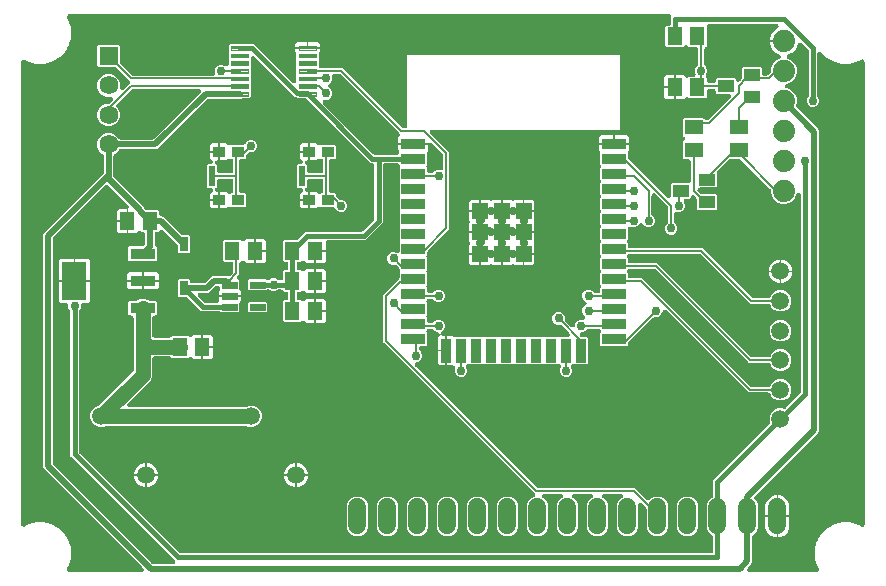
<source format=gbr>
G04 EAGLE Gerber RS-274X export*
G75*
%MOMM*%
%FSLAX34Y34*%
%LPD*%
%INTop Copper*%
%IPPOS*%
%AMOC8*
5,1,8,0,0,1.08239X$1,22.5*%
G01*
%ADD10C,1.508000*%
%ADD11R,1.300000X1.500000*%
%ADD12R,1.590000X1.590000*%
%ADD13C,1.590000*%
%ADD14R,0.700000X1.200000*%
%ADD15C,1.498600*%
%ADD16C,1.879600*%
%ADD17C,1.524000*%
%ADD18R,1.500000X1.300000*%
%ADD19R,1.000000X0.900000*%
%ADD20R,0.550000X1.700000*%
%ADD21R,1.400000X1.000000*%
%ADD22R,2.000000X0.900000*%
%ADD23R,0.900000X2.000000*%
%ADD24R,1.330000X1.330000*%
%ADD25C,0.708000*%
%ADD26R,2.150000X0.950000*%
%ADD27R,2.150000X3.250000*%
%ADD28C,0.090000*%
%ADD29C,0.102500*%
%ADD30C,0.152400*%
%ADD31C,0.756400*%
%ADD32C,1.270000*%
%ADD33C,0.508000*%
%ADD34C,0.406400*%
G36*
X92087Y515621D02*
X92754Y516078D01*
X93190Y516760D01*
X93326Y517557D01*
X93140Y518344D01*
X92732Y518929D01*
X8455Y603206D01*
X7836Y604700D01*
X7836Y800908D01*
X8455Y802402D01*
X58841Y852788D01*
X59287Y853462D01*
X59436Y854225D01*
X59436Y867571D01*
X59275Y868364D01*
X58818Y869031D01*
X58182Y869448D01*
X58133Y869468D01*
X55468Y872133D01*
X54026Y875616D01*
X54026Y879385D01*
X55468Y882867D01*
X58133Y885532D01*
X61616Y886974D01*
X65385Y886974D01*
X68867Y885532D01*
X71532Y882867D01*
X71552Y882818D01*
X72004Y882148D01*
X72681Y881707D01*
X73429Y881564D01*
X100275Y881564D01*
X101068Y881725D01*
X101712Y882159D01*
X140898Y921345D01*
X141344Y922019D01*
X141493Y922814D01*
X141319Y923604D01*
X140851Y924264D01*
X140163Y924689D01*
X139461Y924814D01*
X84339Y924814D01*
X83546Y924653D01*
X82902Y924219D01*
X70477Y911795D01*
X70031Y911120D01*
X69883Y910325D01*
X70056Y909535D01*
X70477Y908921D01*
X71532Y907867D01*
X72974Y904385D01*
X72974Y900616D01*
X71532Y897133D01*
X68867Y894468D01*
X65385Y893026D01*
X61616Y893026D01*
X58133Y894468D01*
X55468Y897133D01*
X54026Y900616D01*
X54026Y904385D01*
X55468Y907867D01*
X58133Y910532D01*
X61616Y911974D01*
X63349Y911974D01*
X64142Y912135D01*
X64786Y912569D01*
X66774Y914557D01*
X67221Y915231D01*
X67369Y916026D01*
X67196Y916816D01*
X66728Y917476D01*
X66040Y917901D01*
X65337Y918026D01*
X61616Y918026D01*
X58133Y919468D01*
X55468Y922133D01*
X54026Y925616D01*
X54026Y929385D01*
X55468Y932867D01*
X58133Y935532D01*
X61616Y936974D01*
X65385Y936974D01*
X68867Y935532D01*
X71532Y932867D01*
X72974Y929385D01*
X72974Y925663D01*
X73135Y924870D01*
X73592Y924203D01*
X74274Y923767D01*
X75071Y923632D01*
X75858Y923818D01*
X76443Y924226D01*
X81055Y928838D01*
X81502Y929512D01*
X81650Y930307D01*
X81477Y931097D01*
X81055Y931712D01*
X70336Y942431D01*
X69662Y942877D01*
X68899Y943026D01*
X54919Y943026D01*
X54026Y943919D01*
X54026Y961081D01*
X54919Y961974D01*
X72081Y961974D01*
X72974Y961081D01*
X72974Y947101D01*
X73135Y946308D01*
X73569Y945664D01*
X82902Y936331D01*
X83576Y935885D01*
X84339Y935736D01*
X151649Y935736D01*
X152442Y935897D01*
X153109Y936354D01*
X153544Y937036D01*
X153680Y937833D01*
X153526Y938546D01*
X153444Y938745D01*
X153444Y940855D01*
X154252Y942806D01*
X155744Y944298D01*
X157695Y945106D01*
X159805Y945106D01*
X161889Y944243D01*
X162331Y943950D01*
X163126Y943802D01*
X163916Y943975D01*
X164576Y944443D01*
X165001Y945131D01*
X165126Y945834D01*
X165126Y949437D01*
X165153Y949582D01*
X165126Y949705D01*
X165126Y955937D01*
X165153Y956082D01*
X165126Y956205D01*
X165126Y961681D01*
X166319Y962874D01*
X183448Y962874D01*
X183541Y962856D01*
X186244Y962856D01*
X219057Y930043D01*
X219731Y929596D01*
X220526Y929448D01*
X221316Y929622D01*
X221976Y930090D01*
X222401Y930778D01*
X222526Y931480D01*
X222526Y936437D01*
X222553Y936582D01*
X222526Y936705D01*
X222526Y942937D01*
X222553Y943082D01*
X222526Y943205D01*
X222526Y949437D01*
X222553Y949582D01*
X222526Y949705D01*
X222526Y954640D01*
X222365Y955433D01*
X221931Y956077D01*
X221510Y956498D01*
X221510Y958538D01*
X242290Y958538D01*
X242290Y956498D01*
X241869Y956077D01*
X241423Y955403D01*
X241274Y954640D01*
X241274Y949663D01*
X241247Y949518D01*
X241274Y949395D01*
X241274Y944118D01*
X241435Y943325D01*
X241892Y942658D01*
X242574Y942223D01*
X243306Y942086D01*
X261297Y942086D01*
X311502Y891881D01*
X312176Y891435D01*
X312939Y891286D01*
X314368Y891286D01*
X315161Y891447D01*
X315828Y891904D01*
X316263Y892586D01*
X316400Y893318D01*
X316400Y953000D01*
X496400Y953000D01*
X496400Y890000D01*
X337339Y890000D01*
X336546Y889839D01*
X335879Y889382D01*
X335443Y888701D01*
X335308Y887903D01*
X335494Y887116D01*
X335902Y886531D01*
X351536Y870897D01*
X351536Y805503D01*
X333519Y787486D01*
X333073Y786812D01*
X332924Y786049D01*
X332924Y783958D01*
X332695Y783613D01*
X332547Y782818D01*
X332721Y782028D01*
X332924Y781731D01*
X332924Y771258D01*
X332695Y770913D01*
X332547Y770118D01*
X332721Y769328D01*
X332924Y769031D01*
X332924Y758558D01*
X332695Y758213D01*
X332547Y757418D01*
X332721Y756628D01*
X332924Y756331D01*
X332924Y753618D01*
X333085Y752825D01*
X333542Y752158D01*
X334224Y751723D01*
X334956Y751586D01*
X336841Y751586D01*
X337633Y751747D01*
X338277Y752181D01*
X339894Y753798D01*
X341845Y754606D01*
X343955Y754606D01*
X345906Y753798D01*
X347398Y752306D01*
X348206Y750355D01*
X348206Y748245D01*
X347398Y746294D01*
X345906Y744802D01*
X343955Y743994D01*
X341845Y743994D01*
X339894Y744802D01*
X338277Y746419D01*
X337603Y746865D01*
X336841Y747014D01*
X334811Y747014D01*
X334018Y746853D01*
X333374Y746419D01*
X333142Y746187D01*
X332695Y745513D01*
X332547Y744718D01*
X332721Y743928D01*
X332924Y743631D01*
X332924Y733158D01*
X332695Y732813D01*
X332547Y732018D01*
X332721Y731228D01*
X332924Y730931D01*
X332924Y728218D01*
X333085Y727425D01*
X333542Y726758D01*
X334224Y726323D01*
X334956Y726186D01*
X336841Y726186D01*
X337633Y726347D01*
X338277Y726781D01*
X339894Y728398D01*
X341845Y729206D01*
X343955Y729206D01*
X345906Y728398D01*
X347398Y726906D01*
X348206Y724955D01*
X348206Y722845D01*
X347398Y720894D01*
X345814Y719310D01*
X345350Y718997D01*
X344908Y718320D01*
X344767Y717523D01*
X344946Y716735D01*
X345420Y716079D01*
X346111Y715660D01*
X346798Y715540D01*
X348488Y715540D01*
X348488Y703762D01*
X342210Y703762D01*
X342210Y714052D01*
X343283Y715125D01*
X343730Y715799D01*
X343878Y716594D01*
X343704Y717384D01*
X343237Y718044D01*
X342548Y718469D01*
X341846Y718594D01*
X341845Y718594D01*
X339894Y719402D01*
X338277Y721019D01*
X337603Y721465D01*
X336841Y721614D01*
X334811Y721614D01*
X334018Y721453D01*
X333374Y721019D01*
X333142Y720787D01*
X332695Y720113D01*
X332547Y719318D01*
X332721Y718528D01*
X332924Y718231D01*
X332924Y707869D01*
X332031Y706976D01*
X328168Y706976D01*
X327375Y706815D01*
X326708Y706358D01*
X326273Y705677D01*
X326136Y704944D01*
X326136Y704560D01*
X326297Y703767D01*
X326731Y703123D01*
X328348Y701506D01*
X329156Y699555D01*
X329156Y697445D01*
X328348Y695494D01*
X326856Y694002D01*
X324905Y693194D01*
X324595Y693194D01*
X323802Y693033D01*
X323135Y692576D01*
X322699Y691895D01*
X322564Y691097D01*
X322750Y690310D01*
X323158Y689725D01*
X425802Y587081D01*
X426476Y586635D01*
X427239Y586486D01*
X508947Y586486D01*
X518759Y576674D01*
X519433Y576227D01*
X520228Y576079D01*
X521018Y576253D01*
X521633Y576674D01*
X522940Y577982D01*
X526301Y579374D01*
X529939Y579374D01*
X533300Y577982D01*
X535872Y575410D01*
X537264Y572049D01*
X537264Y553171D01*
X535872Y549810D01*
X533300Y547238D01*
X529939Y545846D01*
X526301Y545846D01*
X522940Y547238D01*
X520368Y549810D01*
X518976Y553171D01*
X518976Y569149D01*
X518815Y569942D01*
X518381Y570586D01*
X515333Y573634D01*
X514659Y574081D01*
X513864Y574229D01*
X513074Y574056D01*
X512414Y573588D01*
X511989Y572900D01*
X511864Y572197D01*
X511864Y553171D01*
X510472Y549810D01*
X507900Y547238D01*
X504539Y545846D01*
X500901Y545846D01*
X497540Y547238D01*
X494968Y549810D01*
X493576Y553171D01*
X493576Y572049D01*
X494968Y575410D01*
X497540Y577982D01*
X497595Y578005D01*
X498266Y578457D01*
X498707Y579134D01*
X498849Y579931D01*
X498669Y580719D01*
X498196Y581375D01*
X497505Y581794D01*
X496818Y581914D01*
X483222Y581914D01*
X482430Y581753D01*
X481763Y581296D01*
X481327Y580615D01*
X481191Y579817D01*
X481377Y579030D01*
X481856Y578378D01*
X482445Y578005D01*
X482500Y577982D01*
X485072Y575410D01*
X486464Y572049D01*
X486464Y553171D01*
X485072Y549810D01*
X482500Y547238D01*
X479139Y545846D01*
X475501Y545846D01*
X472140Y547238D01*
X469568Y549810D01*
X468176Y553171D01*
X468176Y572049D01*
X469568Y575410D01*
X472140Y577982D01*
X472195Y578005D01*
X472866Y578457D01*
X473307Y579134D01*
X473449Y579931D01*
X473269Y580719D01*
X472796Y581375D01*
X472105Y581794D01*
X471418Y581914D01*
X457822Y581914D01*
X457030Y581753D01*
X456363Y581296D01*
X455927Y580615D01*
X455791Y579817D01*
X455977Y579030D01*
X456456Y578378D01*
X457045Y578005D01*
X457100Y577982D01*
X459672Y575410D01*
X461064Y572049D01*
X461064Y553171D01*
X459672Y549810D01*
X457100Y547238D01*
X453739Y545846D01*
X450101Y545846D01*
X446740Y547238D01*
X444168Y549810D01*
X442776Y553171D01*
X442776Y572049D01*
X444168Y575410D01*
X446740Y577982D01*
X446795Y578005D01*
X447466Y578457D01*
X447907Y579134D01*
X448049Y579931D01*
X447869Y580719D01*
X447396Y581375D01*
X446705Y581794D01*
X446018Y581914D01*
X432422Y581914D01*
X431630Y581753D01*
X430963Y581296D01*
X430527Y580615D01*
X430391Y579817D01*
X430577Y579030D01*
X431056Y578378D01*
X431645Y578005D01*
X431700Y577982D01*
X434272Y575410D01*
X435664Y572049D01*
X435664Y553171D01*
X434272Y549810D01*
X431700Y547238D01*
X428339Y545846D01*
X424701Y545846D01*
X421340Y547238D01*
X418768Y549810D01*
X417376Y553171D01*
X417376Y572049D01*
X418768Y575410D01*
X421340Y577982D01*
X423548Y578896D01*
X424218Y579348D01*
X424659Y580026D01*
X424801Y580822D01*
X424622Y581611D01*
X424207Y582210D01*
X296164Y710253D01*
X296164Y750247D01*
X309281Y763364D01*
X309727Y764038D01*
X309876Y764801D01*
X309876Y769042D01*
X310105Y769387D01*
X310253Y770182D01*
X310079Y770972D01*
X309876Y771269D01*
X309876Y771899D01*
X309715Y772692D01*
X309281Y773336D01*
X307468Y775149D01*
X306794Y775595D01*
X306031Y775744D01*
X303745Y775744D01*
X301794Y776552D01*
X300302Y778044D01*
X299494Y779995D01*
X299494Y782105D01*
X300302Y784056D01*
X301794Y785548D01*
X303745Y786356D01*
X305855Y786356D01*
X307066Y785854D01*
X307860Y785700D01*
X308651Y785867D01*
X309315Y786330D01*
X309745Y787014D01*
X309876Y787732D01*
X309876Y794442D01*
X310105Y794787D01*
X310253Y795582D01*
X310079Y796372D01*
X309876Y796669D01*
X309876Y807142D01*
X310105Y807487D01*
X310253Y808282D01*
X310079Y809072D01*
X309876Y809369D01*
X309876Y819842D01*
X310105Y820187D01*
X310253Y820982D01*
X310079Y821772D01*
X309876Y822069D01*
X309876Y832542D01*
X310105Y832887D01*
X310253Y833682D01*
X310079Y834472D01*
X309876Y834769D01*
X309876Y845242D01*
X310105Y845587D01*
X310253Y846382D01*
X310079Y847172D01*
X309876Y847469D01*
X309876Y857942D01*
X310105Y858287D01*
X310253Y859082D01*
X310079Y859872D01*
X309773Y860319D01*
X309715Y860605D01*
X309258Y861272D01*
X308577Y861707D01*
X307844Y861844D01*
X297688Y861844D01*
X296895Y861683D01*
X296228Y861226D01*
X295793Y860545D01*
X295656Y859812D01*
X295656Y811327D01*
X280873Y796544D01*
X249172Y796544D01*
X248379Y796383D01*
X247712Y795926D01*
X247277Y795245D01*
X247140Y794512D01*
X247140Y788162D01*
X237338Y788162D01*
X237338Y777360D01*
X230548Y777360D01*
X229318Y778590D01*
X228644Y779036D01*
X227849Y779184D01*
X227059Y779011D01*
X226445Y778590D01*
X226231Y778376D01*
X224688Y778376D01*
X223895Y778215D01*
X223228Y777758D01*
X222793Y777077D01*
X222656Y776344D01*
X222656Y773056D01*
X222817Y772263D01*
X223274Y771596D01*
X223956Y771161D01*
X224688Y771024D01*
X226231Y771024D01*
X226445Y770811D01*
X227119Y770364D01*
X227914Y770216D01*
X228704Y770389D01*
X229318Y770811D01*
X230548Y772040D01*
X237338Y772040D01*
X237338Y751960D01*
X230548Y751960D01*
X229318Y753190D01*
X228644Y753636D01*
X227849Y753784D01*
X227059Y753611D01*
X226445Y753190D01*
X226231Y752976D01*
X224688Y752976D01*
X223895Y752815D01*
X223228Y752358D01*
X222793Y751677D01*
X222656Y750944D01*
X222656Y747656D01*
X222817Y746863D01*
X223274Y746196D01*
X223956Y745761D01*
X224688Y745624D01*
X226231Y745624D01*
X226445Y745411D01*
X227119Y744964D01*
X227914Y744816D01*
X228704Y744989D01*
X229318Y745411D01*
X230548Y746640D01*
X237338Y746640D01*
X237338Y726560D01*
X230548Y726560D01*
X229318Y727790D01*
X228644Y728236D01*
X227849Y728384D01*
X227059Y728211D01*
X226445Y727790D01*
X226231Y727576D01*
X211969Y727576D01*
X211076Y728469D01*
X211076Y744731D01*
X211969Y745624D01*
X213512Y745624D01*
X214305Y745785D01*
X214972Y746242D01*
X215407Y746924D01*
X215544Y747656D01*
X215544Y750944D01*
X215383Y751737D01*
X214926Y752404D01*
X214245Y752839D01*
X213512Y752976D01*
X211969Y752976D01*
X210860Y754084D01*
X210458Y754672D01*
X209777Y755107D01*
X209044Y755244D01*
X207990Y755244D01*
X207197Y755083D01*
X206553Y754649D01*
X206206Y754302D01*
X204255Y753494D01*
X202145Y753494D01*
X200194Y754302D01*
X199931Y754565D01*
X199257Y755012D01*
X198462Y755160D01*
X197672Y754987D01*
X197057Y754565D01*
X196768Y754276D01*
X182532Y754276D01*
X181376Y755432D01*
X181376Y762168D01*
X182532Y763324D01*
X196768Y763324D01*
X197057Y763035D01*
X197731Y762588D01*
X198526Y762440D01*
X199316Y762613D01*
X199931Y763035D01*
X200194Y763298D01*
X202145Y764106D01*
X204255Y764106D01*
X206206Y763298D01*
X206553Y762951D01*
X207227Y762505D01*
X207990Y762356D01*
X209044Y762356D01*
X209837Y762517D01*
X210504Y762974D01*
X210939Y763656D01*
X211076Y764388D01*
X211076Y770131D01*
X211969Y771024D01*
X213512Y771024D01*
X214305Y771185D01*
X214972Y771642D01*
X215407Y772324D01*
X215544Y773056D01*
X215544Y776344D01*
X215383Y777137D01*
X214926Y777804D01*
X214245Y778239D01*
X213512Y778376D01*
X211969Y778376D01*
X211076Y779269D01*
X211076Y795531D01*
X211969Y796424D01*
X222253Y796424D01*
X223046Y796585D01*
X223690Y797019D01*
X223893Y797222D01*
X223950Y797308D01*
X230298Y803656D01*
X277085Y803656D01*
X277878Y803817D01*
X278522Y804251D01*
X287949Y813678D01*
X288395Y814352D01*
X288544Y815115D01*
X288544Y859812D01*
X288383Y860605D01*
X287926Y861272D01*
X287245Y861707D01*
X286512Y861844D01*
X285327Y861844D01*
X231040Y916131D01*
X230366Y916577D01*
X229603Y916726D01*
X223719Y916726D01*
X223402Y917043D01*
X222728Y917489D01*
X221965Y917638D01*
X221404Y917638D01*
X187343Y951699D01*
X186669Y952146D01*
X185874Y952294D01*
X185084Y952121D01*
X184424Y951653D01*
X183999Y950965D01*
X183874Y950263D01*
X183874Y949663D01*
X183847Y949518D01*
X183874Y949395D01*
X183874Y943163D01*
X183847Y943018D01*
X183874Y942895D01*
X183874Y936663D01*
X183847Y936518D01*
X183874Y936395D01*
X183874Y930163D01*
X183847Y930018D01*
X183874Y929895D01*
X183874Y923663D01*
X183847Y923518D01*
X183874Y923395D01*
X183874Y917919D01*
X182681Y916726D01*
X176896Y916726D01*
X176118Y916571D01*
X175308Y916236D01*
X148125Y916236D01*
X147332Y916075D01*
X146688Y915641D01*
X105102Y874055D01*
X103608Y873436D01*
X73429Y873436D01*
X72636Y873275D01*
X71969Y872818D01*
X71552Y872182D01*
X71532Y872133D01*
X68867Y869468D01*
X68818Y869448D01*
X68148Y868996D01*
X67707Y868319D01*
X67564Y867571D01*
X67564Y850972D01*
X67725Y850180D01*
X68159Y849536D01*
X93409Y824285D01*
X93783Y823383D01*
X94224Y822724D01*
X94528Y822419D01*
X95202Y821973D01*
X95965Y821824D01*
X105531Y821824D01*
X106424Y820931D01*
X106424Y818896D01*
X106585Y818103D01*
X107042Y817436D01*
X107724Y817001D01*
X108006Y816948D01*
X109702Y816245D01*
X124628Y801319D01*
X125302Y800873D01*
X126065Y800724D01*
X131131Y800724D01*
X132024Y799831D01*
X132024Y786569D01*
X131131Y785676D01*
X122869Y785676D01*
X121976Y786569D01*
X121976Y791635D01*
X121815Y792428D01*
X121381Y793072D01*
X109541Y804912D01*
X108867Y805359D01*
X108072Y805507D01*
X107282Y805333D01*
X106667Y804912D01*
X105531Y803776D01*
X104496Y803776D01*
X103703Y803615D01*
X103036Y803158D01*
X102601Y802477D01*
X102464Y801744D01*
X102464Y793306D01*
X102625Y792513D01*
X103082Y791846D01*
X103711Y791444D01*
X104774Y790381D01*
X104774Y779619D01*
X103881Y778726D01*
X81119Y778726D01*
X80226Y779619D01*
X80226Y790381D01*
X81119Y791274D01*
X92185Y791274D01*
X92978Y791435D01*
X93622Y791869D01*
X93741Y791988D01*
X94187Y792662D01*
X94336Y793425D01*
X94336Y801744D01*
X94175Y802537D01*
X93718Y803204D01*
X93037Y803639D01*
X92304Y803776D01*
X91269Y803776D01*
X91055Y803989D01*
X90381Y804436D01*
X89586Y804584D01*
X88796Y804411D01*
X88182Y803990D01*
X86952Y802760D01*
X80162Y802760D01*
X80162Y823221D01*
X79568Y823221D01*
X79914Y823458D01*
X80350Y824140D01*
X80485Y824937D01*
X80299Y825724D01*
X79891Y826309D01*
X63311Y842890D01*
X62636Y843336D01*
X61841Y843484D01*
X61051Y843311D01*
X60437Y842890D01*
X16559Y799012D01*
X16113Y798338D01*
X15964Y797575D01*
X15964Y608033D01*
X16125Y607240D01*
X16559Y606596D01*
X100496Y522659D01*
X101170Y522213D01*
X101933Y522064D01*
X118024Y522064D01*
X118816Y522225D01*
X119483Y522682D01*
X119919Y523364D01*
X120055Y524161D01*
X119869Y524948D01*
X119461Y525533D01*
X31044Y613950D01*
X31044Y735655D01*
X30883Y736447D01*
X30449Y737091D01*
X30102Y737438D01*
X29294Y739389D01*
X29294Y741178D01*
X29133Y741971D01*
X28676Y742638D01*
X27995Y743073D01*
X27262Y743210D01*
X22698Y743210D01*
X21210Y744698D01*
X21210Y761238D01*
X47790Y761238D01*
X47790Y744698D01*
X46302Y743210D01*
X41938Y743210D01*
X41145Y743049D01*
X40478Y742592D01*
X40043Y741911D01*
X39906Y741178D01*
X39906Y739389D01*
X39098Y737438D01*
X38751Y737091D01*
X38305Y736417D01*
X38156Y735655D01*
X38156Y617737D01*
X38317Y616945D01*
X38751Y616300D01*
X122780Y532271D01*
X123455Y531825D01*
X124217Y531676D01*
X573332Y531676D01*
X574125Y531837D01*
X574792Y532294D01*
X575227Y532976D01*
X575364Y533708D01*
X575364Y545208D01*
X575203Y546000D01*
X574746Y546667D01*
X574110Y547085D01*
X573740Y547238D01*
X571168Y549810D01*
X569776Y553171D01*
X569776Y572049D01*
X571168Y575410D01*
X573740Y577982D01*
X574110Y578135D01*
X574780Y578587D01*
X575221Y579265D01*
X575364Y580012D01*
X575364Y593093D01*
X622966Y640695D01*
X623412Y641369D01*
X623561Y642164D01*
X623406Y642909D01*
X623283Y643206D01*
X623283Y646794D01*
X624656Y650108D01*
X627192Y652644D01*
X630506Y654017D01*
X634094Y654017D01*
X634391Y653894D01*
X635185Y653739D01*
X635976Y653906D01*
X636605Y654334D01*
X649003Y666732D01*
X649449Y667406D01*
X649598Y668169D01*
X649598Y834687D01*
X649437Y835479D01*
X648980Y836146D01*
X648299Y836582D01*
X647501Y836718D01*
X646714Y836531D01*
X646062Y836053D01*
X645689Y835464D01*
X644259Y832013D01*
X641187Y828941D01*
X637173Y827278D01*
X632827Y827278D01*
X628813Y828941D01*
X625741Y832013D01*
X624078Y836027D01*
X624078Y838697D01*
X623917Y839490D01*
X623483Y840134D01*
X599086Y864531D01*
X598412Y864977D01*
X597649Y865126D01*
X589801Y865126D01*
X589008Y864965D01*
X588364Y864531D01*
X578919Y855086D01*
X578473Y854412D01*
X578324Y853649D01*
X578324Y842069D01*
X577431Y841176D01*
X563963Y841176D01*
X563170Y841015D01*
X562503Y840558D01*
X562067Y839877D01*
X561932Y839079D01*
X562118Y838292D01*
X562526Y837707D01*
X564414Y835819D01*
X565088Y835373D01*
X565851Y835224D01*
X577431Y835224D01*
X578324Y834331D01*
X578324Y823069D01*
X577431Y822176D01*
X562169Y822176D01*
X561276Y823069D01*
X561276Y831649D01*
X561115Y832442D01*
X560681Y833086D01*
X559793Y833974D01*
X559119Y834421D01*
X558324Y834569D01*
X557534Y834396D01*
X556874Y833928D01*
X556449Y833240D01*
X556331Y832576D01*
X555431Y831676D01*
X552326Y831676D01*
X551534Y831515D01*
X550867Y831058D01*
X550431Y830377D01*
X550295Y829579D01*
X550449Y828866D01*
X551406Y826555D01*
X551406Y824445D01*
X550598Y822494D01*
X549106Y821002D01*
X547155Y820194D01*
X545045Y820194D01*
X544846Y820276D01*
X544052Y820431D01*
X543261Y820264D01*
X542597Y819801D01*
X542167Y819117D01*
X542036Y818399D01*
X542036Y812510D01*
X542197Y811717D01*
X542631Y811073D01*
X544248Y809456D01*
X545056Y807505D01*
X545056Y805395D01*
X544248Y803444D01*
X542756Y801952D01*
X540805Y801144D01*
X538695Y801144D01*
X536744Y801952D01*
X535252Y803444D01*
X534444Y805395D01*
X534444Y807505D01*
X535252Y809456D01*
X536869Y811073D01*
X537315Y811747D01*
X537464Y812510D01*
X537464Y823711D01*
X537303Y824504D01*
X536869Y825148D01*
X526455Y835562D01*
X525781Y836009D01*
X524986Y836157D01*
X524196Y835984D01*
X523536Y835516D01*
X523111Y834828D01*
X522986Y834125D01*
X522986Y818860D01*
X523147Y818067D01*
X523581Y817423D01*
X525198Y815806D01*
X526006Y813855D01*
X526006Y811745D01*
X525198Y809794D01*
X523706Y808302D01*
X521755Y807494D01*
X519645Y807494D01*
X517694Y808302D01*
X516153Y809844D01*
X515775Y810403D01*
X515098Y810845D01*
X514301Y810987D01*
X513513Y810807D01*
X512857Y810334D01*
X512537Y809833D01*
X511006Y808302D01*
X509055Y807494D01*
X506945Y807494D01*
X505734Y807996D01*
X504940Y808150D01*
X504149Y807983D01*
X503485Y807520D01*
X503055Y806836D01*
X502924Y806118D01*
X502924Y796658D01*
X502695Y796313D01*
X502547Y795518D01*
X502721Y794728D01*
X502924Y794431D01*
X502924Y791718D01*
X503085Y790925D01*
X503542Y790258D01*
X504224Y789823D01*
X504956Y789686D01*
X566097Y789686D01*
X607826Y747957D01*
X608500Y747511D01*
X609263Y747362D01*
X622129Y747362D01*
X622922Y747523D01*
X623589Y747980D01*
X624007Y748616D01*
X624656Y750184D01*
X627192Y752720D01*
X630506Y754093D01*
X634094Y754093D01*
X637408Y752720D01*
X639944Y750184D01*
X641317Y746870D01*
X641317Y743282D01*
X639944Y739968D01*
X637408Y737432D01*
X634094Y736059D01*
X630506Y736059D01*
X627192Y737432D01*
X624656Y739968D01*
X624007Y741536D01*
X623555Y742206D01*
X622877Y742648D01*
X622129Y742790D01*
X606527Y742790D01*
X564798Y784519D01*
X564124Y784965D01*
X563361Y785114D01*
X504811Y785114D01*
X504018Y784953D01*
X503374Y784519D01*
X503142Y784287D01*
X502695Y783613D01*
X502547Y782818D01*
X502721Y782028D01*
X502924Y781731D01*
X502924Y779018D01*
X503085Y778225D01*
X503542Y777558D01*
X504224Y777123D01*
X504956Y776986D01*
X527997Y776986D01*
X607064Y697919D01*
X607738Y697473D01*
X608501Y697324D01*
X622129Y697324D01*
X622922Y697485D01*
X623589Y697942D01*
X624007Y698578D01*
X624656Y700146D01*
X627192Y702682D01*
X630506Y704055D01*
X634094Y704055D01*
X637408Y702682D01*
X639944Y700146D01*
X641317Y696832D01*
X641317Y693244D01*
X639944Y689930D01*
X637408Y687394D01*
X634094Y686021D01*
X630506Y686021D01*
X627192Y687394D01*
X624656Y689930D01*
X624007Y691498D01*
X623555Y692168D01*
X622877Y692610D01*
X622129Y692752D01*
X605765Y692752D01*
X526698Y771819D01*
X526024Y772265D01*
X525261Y772414D01*
X504811Y772414D01*
X504018Y772253D01*
X503374Y771819D01*
X503142Y771587D01*
X502695Y770913D01*
X502547Y770118D01*
X502721Y769328D01*
X502924Y769031D01*
X502924Y766318D01*
X503085Y765525D01*
X503542Y764858D01*
X504224Y764423D01*
X504956Y764286D01*
X515297Y764286D01*
X606810Y672773D01*
X607484Y672327D01*
X608247Y672178D01*
X622129Y672178D01*
X622922Y672339D01*
X623589Y672796D01*
X624007Y673432D01*
X624656Y675000D01*
X627192Y677536D01*
X630506Y678909D01*
X634094Y678909D01*
X637408Y677536D01*
X639944Y675000D01*
X641317Y671686D01*
X641317Y668098D01*
X639944Y664784D01*
X637408Y662248D01*
X634094Y660875D01*
X630506Y660875D01*
X627192Y662248D01*
X624656Y664784D01*
X624007Y666352D01*
X623555Y667022D01*
X622877Y667464D01*
X622129Y667606D01*
X605511Y667606D01*
X535825Y737292D01*
X535151Y737739D01*
X534356Y737887D01*
X533566Y737714D01*
X532906Y737246D01*
X532481Y736558D01*
X532356Y735855D01*
X532356Y735545D01*
X531548Y733594D01*
X530056Y732102D01*
X528105Y731294D01*
X525819Y731294D01*
X525026Y731133D01*
X524382Y730699D01*
X503519Y709836D01*
X503073Y709162D01*
X502924Y708399D01*
X502924Y707869D01*
X502031Y706976D01*
X480769Y706976D01*
X479876Y707869D01*
X479876Y718242D01*
X480105Y718587D01*
X480253Y719382D01*
X480079Y720172D01*
X479658Y720787D01*
X479426Y721019D01*
X478752Y721465D01*
X477989Y721614D01*
X469610Y721614D01*
X468817Y721453D01*
X468173Y721019D01*
X466556Y719402D01*
X464605Y718594D01*
X464295Y718594D01*
X463502Y718433D01*
X462835Y717976D01*
X462399Y717295D01*
X462264Y716497D01*
X462450Y715710D01*
X462858Y715125D01*
X462864Y715119D01*
X463538Y714673D01*
X464301Y714524D01*
X468681Y714524D01*
X469574Y713631D01*
X469574Y692369D01*
X468681Y691476D01*
X458308Y691476D01*
X457963Y691705D01*
X457168Y691853D01*
X456378Y691679D01*
X455763Y691258D01*
X455712Y691206D01*
X455265Y690532D01*
X455117Y689737D01*
X455271Y688992D01*
X456156Y686855D01*
X456156Y684745D01*
X455348Y682794D01*
X453856Y681302D01*
X451905Y680494D01*
X449795Y680494D01*
X447844Y681302D01*
X446352Y682794D01*
X445544Y684745D01*
X445544Y686855D01*
X446429Y688992D01*
X446584Y689786D01*
X446416Y690577D01*
X445988Y691206D01*
X445937Y691258D01*
X445263Y691705D01*
X444468Y691853D01*
X443678Y691679D01*
X443381Y691476D01*
X432908Y691476D01*
X432563Y691705D01*
X431768Y691853D01*
X430978Y691679D01*
X430681Y691476D01*
X420208Y691476D01*
X419863Y691705D01*
X419068Y691853D01*
X418278Y691679D01*
X417981Y691476D01*
X407508Y691476D01*
X407163Y691705D01*
X406368Y691853D01*
X405578Y691679D01*
X405281Y691476D01*
X394808Y691476D01*
X394463Y691705D01*
X393668Y691853D01*
X392878Y691679D01*
X392581Y691476D01*
X382108Y691476D01*
X381763Y691705D01*
X380968Y691853D01*
X380178Y691679D01*
X379881Y691476D01*
X369408Y691476D01*
X369063Y691705D01*
X368268Y691853D01*
X367478Y691679D01*
X366863Y691258D01*
X366812Y691206D01*
X366365Y690532D01*
X366217Y689737D01*
X366371Y688992D01*
X367256Y686855D01*
X367256Y684745D01*
X366448Y682794D01*
X364956Y681302D01*
X363005Y680494D01*
X360895Y680494D01*
X358944Y681302D01*
X357452Y682794D01*
X356644Y684745D01*
X356644Y686855D01*
X356973Y687650D01*
X357128Y688444D01*
X356961Y689235D01*
X356498Y689899D01*
X355813Y690329D01*
X355096Y690460D01*
X350012Y690460D01*
X350012Y715540D01*
X354802Y715540D01*
X355223Y715119D01*
X355897Y714673D01*
X356660Y714524D01*
X367192Y714524D01*
X367537Y714295D01*
X368332Y714147D01*
X369122Y714321D01*
X369419Y714524D01*
X379892Y714524D01*
X380237Y714295D01*
X381032Y714147D01*
X381822Y714321D01*
X382119Y714524D01*
X392592Y714524D01*
X392937Y714295D01*
X393732Y714147D01*
X394522Y714321D01*
X394819Y714524D01*
X405292Y714524D01*
X405637Y714295D01*
X406432Y714147D01*
X407222Y714321D01*
X407519Y714524D01*
X417992Y714524D01*
X418337Y714295D01*
X419132Y714147D01*
X419922Y714321D01*
X420219Y714524D01*
X430692Y714524D01*
X431037Y714295D01*
X431832Y714147D01*
X432622Y714321D01*
X432919Y714524D01*
X443392Y714524D01*
X443737Y714295D01*
X444532Y714147D01*
X445322Y714321D01*
X445619Y714524D01*
X452087Y714524D01*
X452880Y714685D01*
X453547Y715142D01*
X453983Y715824D01*
X454118Y716621D01*
X453932Y717408D01*
X453524Y717993D01*
X447168Y724349D01*
X446494Y724795D01*
X445731Y724944D01*
X443445Y724944D01*
X441494Y725752D01*
X440002Y727244D01*
X439194Y729195D01*
X439194Y731305D01*
X440002Y733256D01*
X441494Y734748D01*
X443445Y735556D01*
X445555Y735556D01*
X447506Y734748D01*
X448998Y733256D01*
X449806Y731305D01*
X449806Y729019D01*
X449967Y728226D01*
X450401Y727582D01*
X454775Y723208D01*
X455449Y722761D01*
X456244Y722613D01*
X457034Y722786D01*
X457694Y723254D01*
X458119Y723942D01*
X458244Y724645D01*
X458244Y724955D01*
X459052Y726906D01*
X460544Y728398D01*
X462495Y729206D01*
X464885Y729206D01*
X465677Y729367D01*
X466344Y729824D01*
X466780Y730506D01*
X466915Y731303D01*
X466729Y732090D01*
X466321Y732675D01*
X465402Y733594D01*
X464594Y735545D01*
X464594Y737655D01*
X465402Y739606D01*
X466944Y741147D01*
X467503Y741525D01*
X467945Y742202D01*
X468087Y742999D01*
X467907Y743787D01*
X467434Y744443D01*
X466933Y744763D01*
X465402Y746294D01*
X464594Y748245D01*
X464594Y750355D01*
X465402Y752306D01*
X466894Y753798D01*
X468845Y754606D01*
X470955Y754606D01*
X472906Y753798D01*
X474523Y752181D01*
X475197Y751735D01*
X475960Y751586D01*
X477844Y751586D01*
X478637Y751747D01*
X479304Y752204D01*
X479739Y752886D01*
X479876Y753618D01*
X479876Y756342D01*
X480105Y756687D01*
X480253Y757482D01*
X480079Y758272D01*
X479876Y758569D01*
X479876Y769042D01*
X480105Y769387D01*
X480253Y770182D01*
X480079Y770972D01*
X479876Y771269D01*
X479876Y781742D01*
X480105Y782087D01*
X480253Y782882D01*
X480079Y783672D01*
X479876Y783969D01*
X479876Y794442D01*
X480105Y794787D01*
X480253Y795582D01*
X480079Y796372D01*
X479876Y796669D01*
X479876Y807142D01*
X480105Y807487D01*
X480253Y808282D01*
X480079Y809072D01*
X479876Y809369D01*
X479876Y819842D01*
X480105Y820187D01*
X480253Y820982D01*
X480079Y821772D01*
X479876Y822069D01*
X479876Y832542D01*
X480105Y832887D01*
X480253Y833682D01*
X480079Y834472D01*
X479876Y834769D01*
X479876Y845242D01*
X480105Y845587D01*
X480253Y846382D01*
X480079Y847172D01*
X479876Y847469D01*
X479876Y857942D01*
X480105Y858287D01*
X480253Y859082D01*
X480079Y859872D01*
X479876Y860169D01*
X479876Y870690D01*
X479715Y871483D01*
X479281Y872127D01*
X478860Y872548D01*
X478860Y877338D01*
X503940Y877338D01*
X503940Y872548D01*
X503519Y872127D01*
X503073Y871453D01*
X502924Y870690D01*
X502924Y866401D01*
X503085Y865608D01*
X503519Y864964D01*
X535807Y832676D01*
X536481Y832229D01*
X537276Y832081D01*
X538066Y832254D01*
X538726Y832722D01*
X539151Y833410D01*
X539276Y834113D01*
X539276Y843831D01*
X540169Y844724D01*
X554482Y844724D01*
X555275Y844885D01*
X555942Y845342D01*
X556377Y846024D01*
X556514Y846756D01*
X556514Y863094D01*
X556353Y863887D01*
X555896Y864554D01*
X555215Y864989D01*
X554482Y865126D01*
X550669Y865126D01*
X549776Y866019D01*
X549776Y880281D01*
X550708Y881213D01*
X551155Y881887D01*
X551303Y882682D01*
X551129Y883472D01*
X550708Y884087D01*
X549776Y885019D01*
X549776Y899281D01*
X550669Y900174D01*
X566931Y900174D01*
X567959Y899146D01*
X567985Y899020D01*
X568442Y898353D01*
X569124Y897917D01*
X569921Y897782D01*
X570708Y897968D01*
X571293Y898376D01*
X590024Y917107D01*
X590471Y917781D01*
X590619Y918576D01*
X590446Y919366D01*
X589978Y920026D01*
X589290Y920451D01*
X588587Y920576D01*
X578269Y920576D01*
X577376Y921469D01*
X577376Y922782D01*
X577215Y923575D01*
X576758Y924242D01*
X576077Y924677D01*
X575344Y924814D01*
X572006Y924814D01*
X571213Y924653D01*
X570546Y924196D01*
X570111Y923515D01*
X569974Y922782D01*
X569974Y917699D01*
X569081Y916806D01*
X554819Y916806D01*
X554605Y917019D01*
X553931Y917466D01*
X553136Y917614D01*
X552346Y917441D01*
X551732Y917020D01*
X550502Y915790D01*
X543712Y915790D01*
X543712Y935870D01*
X550502Y935870D01*
X551732Y934641D01*
X552406Y934194D01*
X553201Y934046D01*
X553991Y934219D01*
X554605Y934641D01*
X554819Y934854D01*
X558414Y934854D01*
X559207Y935015D01*
X559874Y935472D01*
X560310Y936154D01*
X560445Y936951D01*
X560292Y937664D01*
X559844Y938745D01*
X559844Y940855D01*
X560652Y942806D01*
X562269Y944423D01*
X562715Y945097D01*
X562864Y945860D01*
X562864Y957954D01*
X562703Y958747D01*
X562246Y959414D01*
X561565Y959849D01*
X560832Y959986D01*
X554819Y959986D01*
X553887Y960918D01*
X553213Y961365D01*
X552418Y961513D01*
X551628Y961339D01*
X551013Y960918D01*
X550081Y959986D01*
X535819Y959986D01*
X534926Y960879D01*
X534926Y977141D01*
X535819Y978034D01*
X537362Y978034D01*
X538155Y978195D01*
X538822Y978652D01*
X539257Y979334D01*
X539394Y980066D01*
X539394Y984927D01*
X539539Y985145D01*
X539687Y985940D01*
X539514Y986730D01*
X539046Y987390D01*
X538358Y987815D01*
X537655Y987940D01*
X30277Y987940D01*
X29485Y987779D01*
X28818Y987322D01*
X28382Y986641D01*
X28246Y985843D01*
X28368Y985213D01*
X29099Y983205D01*
X29248Y982884D01*
X29737Y982037D01*
X30310Y979900D01*
X30363Y979731D01*
X31520Y976553D01*
X31520Y967327D01*
X30363Y964149D01*
X30310Y963980D01*
X29737Y961843D01*
X29248Y960996D01*
X29099Y960675D01*
X28365Y958658D01*
X26985Y957014D01*
X26782Y956724D01*
X26293Y955877D01*
X24728Y954313D01*
X24609Y954182D01*
X22435Y951591D01*
X14445Y946978D01*
X11115Y946391D01*
X10942Y946353D01*
X8804Y945780D01*
X7826Y945780D01*
X7474Y945749D01*
X5360Y945376D01*
X3246Y945749D01*
X2894Y945780D01*
X1916Y945780D01*
X-222Y946353D01*
X-395Y946391D01*
X-3725Y946978D01*
X-7592Y949211D01*
X-8359Y949468D01*
X-9165Y949405D01*
X-9883Y949033D01*
X-10399Y948411D01*
X-10640Y947451D01*
X-10640Y555949D01*
X-10479Y555156D01*
X-10022Y554489D01*
X-9341Y554054D01*
X-8543Y553918D01*
X-7592Y554189D01*
X-3725Y556422D01*
X-395Y557009D01*
X-222Y557047D01*
X1916Y557620D01*
X2894Y557620D01*
X3246Y557651D01*
X5360Y558024D01*
X7474Y557651D01*
X7826Y557620D01*
X8804Y557620D01*
X10942Y557047D01*
X11115Y557009D01*
X14445Y556422D01*
X22435Y551809D01*
X24609Y549218D01*
X24728Y549087D01*
X26293Y547523D01*
X26782Y546676D01*
X26985Y546386D01*
X28365Y544742D01*
X29099Y542725D01*
X29248Y542404D01*
X29737Y541557D01*
X30310Y539420D01*
X30363Y539251D01*
X31520Y536073D01*
X31520Y526847D01*
X30363Y523669D01*
X30310Y523500D01*
X29737Y521363D01*
X29248Y520516D01*
X29099Y520195D01*
X28368Y518187D01*
X28248Y517387D01*
X28450Y516604D01*
X28941Y515961D01*
X29644Y515561D01*
X30277Y515460D01*
X91295Y515460D01*
X92087Y515621D01*
G37*
%LPC*%
G36*
X221510Y960062D02*
X221510Y962102D01*
X223298Y963890D01*
X231138Y963890D01*
X231138Y960062D01*
X221510Y960062D01*
G37*
G36*
X232662Y960062D02*
X232662Y963890D01*
X240502Y963890D01*
X242290Y962102D01*
X242290Y960062D01*
X232662Y960062D01*
G37*
G36*
X533910Y926592D02*
X533910Y934382D01*
X535398Y935870D01*
X542188Y935870D01*
X542188Y926592D01*
X533910Y926592D01*
G37*
G36*
X535398Y915790D02*
X533910Y917278D01*
X533910Y925068D01*
X542188Y925068D01*
X542188Y915790D01*
X535398Y915790D01*
G37*
G36*
X478860Y878862D02*
X478860Y883652D01*
X480348Y885140D01*
X490638Y885140D01*
X490638Y878862D01*
X478860Y878862D01*
G37*
G36*
X492162Y878862D02*
X492162Y885140D01*
X502452Y885140D01*
X503940Y883652D01*
X503940Y878862D01*
X492162Y878862D01*
G37*
G36*
X157862Y823360D02*
X157862Y837440D01*
X163152Y837440D01*
X164382Y836211D01*
X165056Y835764D01*
X165851Y835616D01*
X166641Y835789D01*
X167255Y836211D01*
X167555Y836510D01*
X167925Y836585D01*
X168592Y837042D01*
X169027Y837724D01*
X169164Y838456D01*
X169164Y846582D01*
X169003Y847375D01*
X168546Y848042D01*
X167865Y848477D01*
X167132Y848614D01*
X157156Y848614D01*
X156363Y848453D01*
X155696Y847996D01*
X155261Y847315D01*
X155124Y846582D01*
X155124Y841769D01*
X154264Y840909D01*
X153817Y840235D01*
X153669Y839440D01*
X153843Y838650D01*
X154311Y837990D01*
X154999Y837565D01*
X155701Y837440D01*
X156338Y837440D01*
X156338Y831162D01*
X149560Y831162D01*
X149560Y835952D01*
X151015Y837407D01*
X151462Y838081D01*
X151610Y838876D01*
X151436Y839666D01*
X150969Y840326D01*
X150280Y840751D01*
X149578Y840876D01*
X147469Y840876D01*
X146576Y841769D01*
X146576Y860031D01*
X147469Y860924D01*
X149578Y860924D01*
X150371Y861085D01*
X151038Y861542D01*
X151474Y862224D01*
X151609Y863021D01*
X151423Y863808D01*
X151015Y864393D01*
X149560Y865848D01*
X149560Y870638D01*
X156338Y870638D01*
X156338Y864360D01*
X155701Y864360D01*
X154908Y864199D01*
X154241Y863742D01*
X153806Y863061D01*
X153670Y862263D01*
X153856Y861476D01*
X154264Y860891D01*
X155124Y860031D01*
X155124Y855218D01*
X155285Y854425D01*
X155742Y853758D01*
X156424Y853323D01*
X157156Y853186D01*
X167132Y853186D01*
X167925Y853347D01*
X168592Y853804D01*
X169027Y854486D01*
X169164Y855218D01*
X169164Y863344D01*
X169003Y864137D01*
X168546Y864804D01*
X167865Y865239D01*
X167546Y865299D01*
X167255Y865589D01*
X166581Y866036D01*
X165786Y866184D01*
X164996Y866011D01*
X164382Y865590D01*
X163152Y864360D01*
X157862Y864360D01*
X157862Y878440D01*
X163152Y878440D01*
X164382Y877211D01*
X165056Y876764D01*
X165851Y876616D01*
X166641Y876789D01*
X167255Y877211D01*
X167469Y877424D01*
X177515Y877424D01*
X178307Y877585D01*
X178974Y878042D01*
X179392Y878678D01*
X179652Y879306D01*
X181144Y880798D01*
X183095Y881606D01*
X185205Y881606D01*
X187156Y880798D01*
X188648Y879306D01*
X189456Y877355D01*
X189456Y875245D01*
X188648Y873294D01*
X187156Y871802D01*
X185205Y870994D01*
X182919Y870994D01*
X182126Y870833D01*
X181482Y870399D01*
X180219Y869136D01*
X179773Y868462D01*
X179624Y867699D01*
X179624Y866269D01*
X178731Y865376D01*
X175768Y865376D01*
X174975Y865215D01*
X174308Y864758D01*
X173873Y864077D01*
X173736Y863344D01*
X173736Y838456D01*
X173897Y837663D01*
X174354Y836996D01*
X175036Y836561D01*
X175768Y836424D01*
X178731Y836424D01*
X179624Y835531D01*
X179624Y825269D01*
X178731Y824376D01*
X167469Y824376D01*
X167255Y824589D01*
X166581Y825036D01*
X165786Y825184D01*
X164996Y825011D01*
X164382Y824590D01*
X163152Y823360D01*
X157862Y823360D01*
G37*
G36*
X259295Y820194D02*
X257344Y821002D01*
X255852Y822494D01*
X255592Y823122D01*
X255140Y823792D01*
X254462Y824234D01*
X253715Y824376D01*
X243669Y824376D01*
X243455Y824589D01*
X242781Y825036D01*
X241986Y825184D01*
X241196Y825011D01*
X240582Y824590D01*
X239352Y823360D01*
X234062Y823360D01*
X234062Y837440D01*
X239352Y837440D01*
X240582Y836211D01*
X241256Y835764D01*
X242051Y835616D01*
X242841Y835789D01*
X243455Y836211D01*
X243755Y836510D01*
X244125Y836585D01*
X244792Y837042D01*
X245227Y837724D01*
X245364Y838456D01*
X245364Y846582D01*
X245203Y847375D01*
X244746Y848042D01*
X244065Y848477D01*
X243332Y848614D01*
X233356Y848614D01*
X232563Y848453D01*
X231896Y847996D01*
X231461Y847315D01*
X231324Y846582D01*
X231324Y841769D01*
X230464Y840909D01*
X230017Y840235D01*
X229869Y839440D01*
X230043Y838650D01*
X230511Y837990D01*
X231199Y837565D01*
X231901Y837440D01*
X232538Y837440D01*
X232538Y831162D01*
X225760Y831162D01*
X225760Y835952D01*
X227215Y837407D01*
X227662Y838081D01*
X227810Y838876D01*
X227636Y839666D01*
X227169Y840326D01*
X226480Y840751D01*
X225778Y840876D01*
X223669Y840876D01*
X222776Y841769D01*
X222776Y860031D01*
X223669Y860924D01*
X225778Y860924D01*
X226571Y861085D01*
X227238Y861542D01*
X227674Y862224D01*
X227809Y863021D01*
X227623Y863808D01*
X227215Y864393D01*
X225760Y865848D01*
X225760Y870638D01*
X232538Y870638D01*
X232538Y864360D01*
X231901Y864360D01*
X231108Y864199D01*
X230441Y863742D01*
X230006Y863061D01*
X229870Y862263D01*
X230056Y861476D01*
X230464Y860891D01*
X231324Y860031D01*
X231324Y855218D01*
X231485Y854425D01*
X231942Y853758D01*
X232624Y853323D01*
X233356Y853186D01*
X243332Y853186D01*
X244125Y853347D01*
X244792Y853804D01*
X245227Y854486D01*
X245364Y855218D01*
X245364Y863344D01*
X245203Y864137D01*
X244746Y864804D01*
X244065Y865239D01*
X243746Y865299D01*
X243455Y865589D01*
X242781Y866036D01*
X241986Y866184D01*
X241196Y866011D01*
X240582Y865590D01*
X239352Y864360D01*
X234062Y864360D01*
X234062Y878440D01*
X239352Y878440D01*
X240582Y877211D01*
X241256Y876764D01*
X242051Y876616D01*
X242841Y876789D01*
X243455Y877211D01*
X243669Y877424D01*
X254931Y877424D01*
X255824Y876531D01*
X255824Y866269D01*
X254931Y865376D01*
X251968Y865376D01*
X251175Y865215D01*
X250508Y864758D01*
X250073Y864077D01*
X249936Y863344D01*
X249936Y838456D01*
X250097Y837663D01*
X250554Y836996D01*
X251236Y836561D01*
X251968Y836424D01*
X254931Y836424D01*
X255824Y835531D01*
X255824Y834101D01*
X255985Y833308D01*
X256419Y832664D01*
X257682Y831401D01*
X258356Y830955D01*
X259119Y830806D01*
X261405Y830806D01*
X263356Y829998D01*
X264848Y828506D01*
X265656Y826555D01*
X265656Y824445D01*
X264848Y822494D01*
X263356Y821002D01*
X261405Y820194D01*
X259295Y820194D01*
G37*
G36*
X149560Y872162D02*
X149560Y876952D01*
X151048Y878440D01*
X156338Y878440D01*
X156338Y872162D01*
X149560Y872162D01*
G37*
G36*
X225760Y872162D02*
X225760Y876952D01*
X227248Y878440D01*
X232538Y878440D01*
X232538Y872162D01*
X225760Y872162D01*
G37*
G36*
X378812Y775560D02*
X378812Y785512D01*
X368860Y785512D01*
X368860Y792452D01*
X368896Y792488D01*
X369343Y793162D01*
X369491Y793957D01*
X369317Y794747D01*
X368896Y795362D01*
X368860Y795398D01*
X368860Y802338D01*
X378812Y802338D01*
X378812Y803862D01*
X368860Y803862D01*
X368860Y810802D01*
X368896Y810838D01*
X369343Y811512D01*
X369491Y812307D01*
X369317Y813097D01*
X368896Y813712D01*
X368860Y813748D01*
X368860Y820688D01*
X378812Y820688D01*
X378812Y830640D01*
X385752Y830640D01*
X385788Y830604D01*
X386462Y830157D01*
X387257Y830009D01*
X388047Y830183D01*
X388662Y830604D01*
X388698Y830640D01*
X395638Y830640D01*
X395638Y820688D01*
X397162Y820688D01*
X397162Y830640D01*
X404102Y830640D01*
X404138Y830604D01*
X404812Y830157D01*
X405607Y830009D01*
X406397Y830183D01*
X407012Y830604D01*
X407048Y830640D01*
X413988Y830640D01*
X413988Y820688D01*
X423940Y820688D01*
X423940Y813748D01*
X423904Y813712D01*
X423457Y813038D01*
X423309Y812243D01*
X423483Y811453D01*
X423904Y810838D01*
X423940Y810802D01*
X423940Y803862D01*
X413988Y803862D01*
X413988Y802338D01*
X423940Y802338D01*
X423940Y795398D01*
X423904Y795362D01*
X423457Y794688D01*
X423309Y793893D01*
X423483Y793103D01*
X423904Y792488D01*
X423940Y792452D01*
X423940Y785512D01*
X413988Y785512D01*
X413988Y775560D01*
X407048Y775560D01*
X407012Y775596D01*
X406338Y776043D01*
X405543Y776191D01*
X404753Y776017D01*
X404138Y775596D01*
X404102Y775560D01*
X397162Y775560D01*
X397162Y785512D01*
X395638Y785512D01*
X395638Y775560D01*
X388698Y775560D01*
X388662Y775596D01*
X387988Y776043D01*
X387193Y776191D01*
X386403Y776017D01*
X385788Y775596D01*
X385752Y775560D01*
X378812Y775560D01*
G37*
G36*
X368860Y822212D02*
X368860Y829152D01*
X370348Y830640D01*
X377288Y830640D01*
X377288Y822212D01*
X368860Y822212D01*
G37*
G36*
X415512Y822212D02*
X415512Y830640D01*
X422452Y830640D01*
X423940Y829152D01*
X423940Y822212D01*
X415512Y822212D01*
G37*
G36*
X227248Y823360D02*
X225760Y824848D01*
X225760Y829638D01*
X232538Y829638D01*
X232538Y823360D01*
X227248Y823360D01*
G37*
G36*
X151048Y823360D02*
X149560Y824848D01*
X149560Y829638D01*
X156338Y829638D01*
X156338Y823360D01*
X151048Y823360D01*
G37*
G36*
X70360Y813562D02*
X70360Y821352D01*
X71848Y822840D01*
X78454Y822840D01*
X78638Y822877D01*
X78638Y813562D01*
X70360Y813562D01*
G37*
G36*
X71848Y802760D02*
X70360Y804248D01*
X70360Y812038D01*
X78638Y812038D01*
X78638Y802760D01*
X71848Y802760D01*
G37*
G36*
X158832Y735276D02*
X158460Y735649D01*
X157785Y736095D01*
X157023Y736244D01*
X141927Y736244D01*
X130090Y748081D01*
X129416Y748527D01*
X128653Y748676D01*
X122869Y748676D01*
X121976Y749569D01*
X121976Y762831D01*
X122869Y763724D01*
X131131Y763724D01*
X132024Y762831D01*
X132024Y762296D01*
X132185Y761503D01*
X132642Y760836D01*
X133324Y760401D01*
X134056Y760264D01*
X144075Y760264D01*
X144868Y760425D01*
X145512Y760859D01*
X150098Y765445D01*
X151592Y766064D01*
X163558Y766064D01*
X163982Y765889D01*
X164776Y765734D01*
X165567Y765901D01*
X166196Y766329D01*
X168569Y768702D01*
X169015Y769376D01*
X169164Y770139D01*
X169164Y776344D01*
X169003Y777137D01*
X168546Y777804D01*
X167865Y778239D01*
X167132Y778376D01*
X161169Y778376D01*
X160276Y779269D01*
X160276Y795531D01*
X161169Y796424D01*
X175431Y796424D01*
X175645Y796211D01*
X176319Y795764D01*
X177114Y795616D01*
X177904Y795789D01*
X178518Y796211D01*
X179748Y797440D01*
X186538Y797440D01*
X186538Y777360D01*
X179748Y777360D01*
X178518Y778590D01*
X177844Y779036D01*
X177049Y779184D01*
X176259Y779011D01*
X175645Y778590D01*
X175345Y778290D01*
X174975Y778215D01*
X174308Y777758D01*
X173873Y777077D01*
X173736Y776344D01*
X173736Y767403D01*
X172799Y766466D01*
X172353Y765792D01*
X172204Y764997D01*
X172378Y764207D01*
X172799Y763593D01*
X174224Y762168D01*
X174224Y754946D01*
X174385Y754154D01*
X174819Y753509D01*
X175240Y753089D01*
X175240Y750062D01*
X156660Y750062D01*
X156660Y753089D01*
X157081Y753509D01*
X157527Y754184D01*
X157676Y754946D01*
X157676Y755904D01*
X157515Y756697D01*
X157058Y757364D01*
X156377Y757799D01*
X155644Y757936D01*
X154925Y757936D01*
X154132Y757775D01*
X153488Y757341D01*
X148902Y752755D01*
X147408Y752136D01*
X140999Y752136D01*
X140206Y751975D01*
X139539Y751518D01*
X139103Y750837D01*
X138968Y750039D01*
X139154Y749252D01*
X139562Y748667D01*
X144278Y743951D01*
X144952Y743505D01*
X145715Y743356D01*
X154628Y743356D01*
X155421Y743517D01*
X156088Y743974D01*
X156523Y744656D01*
X156660Y745388D01*
X156660Y748538D01*
X175240Y748538D01*
X175240Y745512D01*
X174819Y745091D01*
X174373Y744416D01*
X174224Y743654D01*
X174224Y736432D01*
X173068Y735276D01*
X158832Y735276D01*
G37*
G36*
X188062Y788162D02*
X188062Y797440D01*
X194852Y797440D01*
X196340Y795952D01*
X196340Y788162D01*
X188062Y788162D01*
G37*
G36*
X188062Y777360D02*
X188062Y786638D01*
X196340Y786638D01*
X196340Y778848D01*
X194852Y777360D01*
X188062Y777360D01*
G37*
G36*
X238862Y777360D02*
X238862Y786638D01*
X247140Y786638D01*
X247140Y778848D01*
X245652Y777360D01*
X238862Y777360D01*
G37*
G36*
X415512Y775560D02*
X415512Y783988D01*
X423940Y783988D01*
X423940Y777048D01*
X422452Y775560D01*
X415512Y775560D01*
G37*
G36*
X370348Y775560D02*
X368860Y777048D01*
X368860Y783988D01*
X377288Y783988D01*
X377288Y775560D01*
X370348Y775560D01*
G37*
G36*
X21210Y762762D02*
X21210Y779302D01*
X22698Y780790D01*
X33738Y780790D01*
X33738Y762762D01*
X21210Y762762D01*
G37*
G36*
X35262Y762762D02*
X35262Y780790D01*
X46302Y780790D01*
X47790Y779302D01*
X47790Y762762D01*
X35262Y762762D01*
G37*
G36*
X622267Y770730D02*
X622267Y771964D01*
X623794Y775651D01*
X626617Y778474D01*
X630304Y780001D01*
X631538Y780001D01*
X631538Y770730D01*
X622267Y770730D01*
G37*
G36*
X633062Y770730D02*
X633062Y780001D01*
X634296Y780001D01*
X637983Y778474D01*
X640806Y775651D01*
X642333Y771964D01*
X642333Y770730D01*
X633062Y770730D01*
G37*
G36*
X238862Y762762D02*
X238862Y772040D01*
X245652Y772040D01*
X247140Y770552D01*
X247140Y762762D01*
X238862Y762762D01*
G37*
G36*
X79210Y762762D02*
X79210Y767802D01*
X80698Y769290D01*
X91738Y769290D01*
X91738Y762762D01*
X79210Y762762D01*
G37*
G36*
X93262Y762762D02*
X93262Y769290D01*
X104302Y769290D01*
X105790Y767802D01*
X105790Y762762D01*
X93262Y762762D01*
G37*
G36*
X633062Y759935D02*
X633062Y769206D01*
X642333Y769206D01*
X642333Y767972D01*
X640806Y764285D01*
X637983Y761462D01*
X634296Y759935D01*
X633062Y759935D01*
G37*
G36*
X630304Y759935D02*
X626617Y761462D01*
X623794Y764285D01*
X622267Y767972D01*
X622267Y769206D01*
X631538Y769206D01*
X631538Y759935D01*
X630304Y759935D01*
G37*
G36*
X238862Y751960D02*
X238862Y761238D01*
X247140Y761238D01*
X247140Y753448D01*
X245652Y751960D01*
X238862Y751960D01*
G37*
G36*
X93262Y754710D02*
X93262Y761238D01*
X105790Y761238D01*
X105790Y756198D01*
X104302Y754710D01*
X93262Y754710D01*
G37*
G36*
X80698Y754710D02*
X79210Y756198D01*
X79210Y761238D01*
X91738Y761238D01*
X91738Y754710D01*
X80698Y754710D01*
G37*
G36*
X55347Y638236D02*
X52016Y639616D01*
X49466Y642166D01*
X48086Y645497D01*
X48086Y649103D01*
X49466Y652434D01*
X52016Y654984D01*
X54515Y656019D01*
X55174Y656460D01*
X84031Y685316D01*
X84477Y685991D01*
X84626Y686753D01*
X84626Y730694D01*
X84465Y731487D01*
X84008Y732154D01*
X83327Y732589D01*
X82594Y732726D01*
X81119Y732726D01*
X80226Y733619D01*
X80226Y744381D01*
X81119Y745274D01*
X86797Y745274D01*
X87589Y745435D01*
X87796Y745574D01*
X90934Y746874D01*
X94066Y746874D01*
X97224Y745566D01*
X97441Y745423D01*
X98203Y745274D01*
X103881Y745274D01*
X104774Y744381D01*
X104774Y733619D01*
X103881Y732726D01*
X102406Y732726D01*
X101613Y732565D01*
X100946Y732108D01*
X100511Y731427D01*
X100374Y730694D01*
X100374Y716026D01*
X100535Y715233D01*
X100992Y714566D01*
X101674Y714131D01*
X102406Y713994D01*
X114727Y713994D01*
X115520Y714155D01*
X116164Y714589D01*
X116719Y715144D01*
X130981Y715144D01*
X131195Y714931D01*
X131869Y714484D01*
X132664Y714336D01*
X133454Y714509D01*
X134068Y714931D01*
X135298Y716160D01*
X142088Y716160D01*
X142088Y696080D01*
X135298Y696080D01*
X134068Y697310D01*
X133394Y697756D01*
X132599Y697904D01*
X131809Y697731D01*
X131195Y697310D01*
X130981Y697096D01*
X116719Y697096D01*
X116164Y697651D01*
X115490Y698097D01*
X114727Y698246D01*
X102406Y698246D01*
X101613Y698085D01*
X100946Y697628D01*
X100511Y696947D01*
X100374Y696214D01*
X100374Y681084D01*
X99175Y678190D01*
X79628Y658643D01*
X79182Y657969D01*
X79033Y657174D01*
X79207Y656384D01*
X79675Y655724D01*
X80363Y655299D01*
X81065Y655174D01*
X179070Y655174D01*
X179848Y655329D01*
X182347Y656364D01*
X185953Y656364D01*
X189284Y654984D01*
X191834Y652434D01*
X193214Y649103D01*
X193214Y645497D01*
X191834Y642166D01*
X189284Y639616D01*
X185953Y638236D01*
X182347Y638236D01*
X179848Y639271D01*
X179070Y639426D01*
X62230Y639426D01*
X61452Y639271D01*
X58953Y638236D01*
X55347Y638236D01*
G37*
G36*
X238862Y737362D02*
X238862Y746640D01*
X245652Y746640D01*
X247140Y745152D01*
X247140Y737362D01*
X238862Y737362D01*
G37*
G36*
X182532Y735276D02*
X181376Y736432D01*
X181376Y743168D01*
X182532Y744324D01*
X196768Y744324D01*
X197924Y743168D01*
X197924Y736432D01*
X196768Y735276D01*
X182532Y735276D01*
G37*
G36*
X238862Y726560D02*
X238862Y735838D01*
X247140Y735838D01*
X247140Y728048D01*
X245652Y726560D01*
X238862Y726560D01*
G37*
G36*
X630506Y710913D02*
X627192Y712286D01*
X624656Y714822D01*
X623283Y718136D01*
X623283Y721724D01*
X624656Y725038D01*
X627192Y727574D01*
X630506Y728947D01*
X634094Y728947D01*
X637408Y727574D01*
X639944Y725038D01*
X641317Y721724D01*
X641317Y718136D01*
X639944Y714822D01*
X637408Y712286D01*
X634094Y710913D01*
X630506Y710913D01*
G37*
G36*
X143612Y706882D02*
X143612Y716160D01*
X150402Y716160D01*
X151890Y714672D01*
X151890Y706882D01*
X143612Y706882D01*
G37*
G36*
X143612Y696080D02*
X143612Y705358D01*
X151890Y705358D01*
X151890Y697568D01*
X150402Y696080D01*
X143612Y696080D01*
G37*
G36*
X343698Y690460D02*
X342210Y691948D01*
X342210Y702238D01*
X348488Y702238D01*
X348488Y690460D01*
X343698Y690460D01*
G37*
G36*
X212170Y598062D02*
X212170Y599305D01*
X213705Y603010D01*
X216540Y605845D01*
X220245Y607380D01*
X221488Y607380D01*
X221488Y598062D01*
X212170Y598062D01*
G37*
G36*
X85170Y598062D02*
X85170Y599305D01*
X86705Y603010D01*
X89540Y605845D01*
X93245Y607380D01*
X94488Y607380D01*
X94488Y598062D01*
X85170Y598062D01*
G37*
G36*
X96012Y598062D02*
X96012Y607380D01*
X97255Y607380D01*
X100960Y605845D01*
X103795Y603010D01*
X105330Y599305D01*
X105330Y598062D01*
X96012Y598062D01*
G37*
G36*
X223012Y598062D02*
X223012Y607380D01*
X224255Y607380D01*
X227960Y605845D01*
X230795Y603010D01*
X232330Y599305D01*
X232330Y598062D01*
X223012Y598062D01*
G37*
G36*
X93245Y587220D02*
X89540Y588755D01*
X86705Y591590D01*
X85170Y595295D01*
X85170Y596538D01*
X94488Y596538D01*
X94488Y587220D01*
X93245Y587220D01*
G37*
G36*
X96012Y587220D02*
X96012Y596538D01*
X105330Y596538D01*
X105330Y595295D01*
X103795Y591590D01*
X100960Y588755D01*
X97255Y587220D01*
X96012Y587220D01*
G37*
G36*
X223012Y587220D02*
X223012Y596538D01*
X232330Y596538D01*
X232330Y595295D01*
X230795Y591590D01*
X227960Y588755D01*
X224255Y587220D01*
X223012Y587220D01*
G37*
G36*
X220245Y587220D02*
X216540Y588755D01*
X213705Y591590D01*
X212170Y595295D01*
X212170Y596538D01*
X221488Y596538D01*
X221488Y587220D01*
X220245Y587220D01*
G37*
G36*
X272301Y545846D02*
X268940Y547238D01*
X266368Y549810D01*
X264976Y553171D01*
X264976Y572049D01*
X266368Y575410D01*
X268940Y577982D01*
X272301Y579374D01*
X275939Y579374D01*
X279300Y577982D01*
X281872Y575410D01*
X283264Y572049D01*
X283264Y553171D01*
X281872Y549810D01*
X279300Y547238D01*
X275939Y545846D01*
X272301Y545846D01*
G37*
G36*
X297701Y545846D02*
X294340Y547238D01*
X291768Y549810D01*
X290376Y553171D01*
X290376Y572049D01*
X291768Y575410D01*
X294340Y577982D01*
X297701Y579374D01*
X301339Y579374D01*
X304700Y577982D01*
X307272Y575410D01*
X308664Y572049D01*
X308664Y553171D01*
X307272Y549810D01*
X304700Y547238D01*
X301339Y545846D01*
X297701Y545846D01*
G37*
G36*
X323101Y545846D02*
X319740Y547238D01*
X317168Y549810D01*
X315776Y553171D01*
X315776Y572049D01*
X317168Y575410D01*
X319740Y577982D01*
X323101Y579374D01*
X326739Y579374D01*
X330100Y577982D01*
X332672Y575410D01*
X334064Y572049D01*
X334064Y553171D01*
X332672Y549810D01*
X330100Y547238D01*
X326739Y545846D01*
X323101Y545846D01*
G37*
G36*
X348501Y545846D02*
X345140Y547238D01*
X342568Y549810D01*
X341176Y553171D01*
X341176Y572049D01*
X342568Y575410D01*
X345140Y577982D01*
X348501Y579374D01*
X352139Y579374D01*
X355500Y577982D01*
X358072Y575410D01*
X359464Y572049D01*
X359464Y553171D01*
X358072Y549810D01*
X355500Y547238D01*
X352139Y545846D01*
X348501Y545846D01*
G37*
G36*
X373901Y545846D02*
X370540Y547238D01*
X367968Y549810D01*
X366576Y553171D01*
X366576Y572049D01*
X367968Y575410D01*
X370540Y577982D01*
X373901Y579374D01*
X377539Y579374D01*
X380900Y577982D01*
X383472Y575410D01*
X384864Y572049D01*
X384864Y553171D01*
X383472Y549810D01*
X380900Y547238D01*
X377539Y545846D01*
X373901Y545846D01*
G37*
G36*
X399301Y545846D02*
X395940Y547238D01*
X393368Y549810D01*
X391976Y553171D01*
X391976Y572049D01*
X393368Y575410D01*
X395940Y577982D01*
X399301Y579374D01*
X402939Y579374D01*
X406300Y577982D01*
X408872Y575410D01*
X410264Y572049D01*
X410264Y553171D01*
X408872Y549810D01*
X406300Y547238D01*
X402939Y545846D01*
X399301Y545846D01*
G37*
G36*
X551701Y545846D02*
X548340Y547238D01*
X545768Y549810D01*
X544376Y553171D01*
X544376Y572049D01*
X545768Y575410D01*
X548340Y577982D01*
X551701Y579374D01*
X555339Y579374D01*
X558700Y577982D01*
X561272Y575410D01*
X562664Y572049D01*
X562664Y553171D01*
X561272Y549810D01*
X558700Y547238D01*
X555339Y545846D01*
X551701Y545846D01*
G37*
%LPD*%
G36*
X576137Y929547D02*
X576804Y930004D01*
X577239Y930686D01*
X577376Y931418D01*
X577376Y932731D01*
X578269Y933624D01*
X593531Y933624D01*
X594432Y932723D01*
X594585Y931970D01*
X595042Y931303D01*
X595724Y930867D01*
X596521Y930732D01*
X597308Y930918D01*
X597893Y931326D01*
X598781Y932214D01*
X599227Y932888D01*
X599376Y933651D01*
X599376Y942231D01*
X600269Y943124D01*
X615531Y943124D01*
X616424Y942231D01*
X616424Y937768D01*
X616585Y936975D01*
X617042Y936308D01*
X617724Y935873D01*
X618456Y935736D01*
X620511Y935736D01*
X621304Y935897D01*
X621948Y936331D01*
X623483Y937866D01*
X623929Y938540D01*
X624078Y939303D01*
X624078Y941973D01*
X625741Y945987D01*
X628813Y949059D01*
X631260Y950073D01*
X631931Y950525D01*
X632372Y951203D01*
X632514Y951999D01*
X632334Y952787D01*
X631861Y953443D01*
X631260Y953827D01*
X628238Y955079D01*
X624879Y958438D01*
X623062Y962825D01*
X623062Y964438D01*
X635762Y964438D01*
X635762Y965962D01*
X623062Y965962D01*
X623062Y967575D01*
X624879Y971962D01*
X628238Y975321D01*
X629479Y975835D01*
X630150Y976287D01*
X630591Y976964D01*
X630733Y977761D01*
X630553Y978549D01*
X630080Y979205D01*
X629388Y979624D01*
X628701Y979744D01*
X572006Y979744D01*
X571213Y979583D01*
X570546Y979126D01*
X570111Y978445D01*
X569974Y977712D01*
X569974Y960879D01*
X568983Y959887D01*
X568675Y959825D01*
X568008Y959368D01*
X567573Y958687D01*
X567436Y957954D01*
X567436Y945860D01*
X567597Y945067D01*
X568031Y944423D01*
X569648Y942806D01*
X570456Y940855D01*
X570456Y938745D01*
X569545Y936545D01*
X569385Y936303D01*
X569236Y935508D01*
X569410Y934718D01*
X569831Y934104D01*
X569974Y933961D01*
X569974Y931418D01*
X570135Y930625D01*
X570592Y929958D01*
X571274Y929523D01*
X572006Y929386D01*
X575344Y929386D01*
X576137Y929547D01*
G37*
G36*
X663415Y515621D02*
X664082Y516078D01*
X664518Y516760D01*
X664654Y517557D01*
X664532Y518187D01*
X663801Y520195D01*
X663652Y520516D01*
X663163Y521363D01*
X662590Y523500D01*
X662537Y523669D01*
X661380Y526847D01*
X661380Y536073D01*
X662537Y539251D01*
X662590Y539420D01*
X663163Y541557D01*
X663652Y542404D01*
X663801Y542725D01*
X664535Y544742D01*
X665915Y546386D01*
X666118Y546676D01*
X666607Y547523D01*
X668172Y549087D01*
X668291Y549218D01*
X670465Y551809D01*
X678455Y556422D01*
X681785Y557009D01*
X681958Y557047D01*
X684096Y557620D01*
X685074Y557620D01*
X685426Y557651D01*
X687540Y558024D01*
X689654Y557651D01*
X690006Y557620D01*
X690984Y557620D01*
X693122Y557047D01*
X693295Y557009D01*
X696625Y556422D01*
X700492Y554189D01*
X701259Y553932D01*
X702065Y553995D01*
X702783Y554367D01*
X703299Y554989D01*
X703540Y555949D01*
X703540Y947630D01*
X703379Y948423D01*
X702922Y949090D01*
X702241Y949525D01*
X701443Y949661D01*
X700492Y949390D01*
X696315Y946978D01*
X692985Y946391D01*
X692812Y946353D01*
X690674Y945780D01*
X689696Y945780D01*
X689344Y945749D01*
X687230Y945376D01*
X685116Y945749D01*
X684764Y945780D01*
X683786Y945780D01*
X681648Y946353D01*
X681475Y946391D01*
X678145Y946978D01*
X670155Y951591D01*
X667981Y954182D01*
X667862Y954313D01*
X666783Y955391D01*
X666109Y955838D01*
X665314Y955986D01*
X664524Y955813D01*
X663864Y955345D01*
X663439Y954657D01*
X663314Y953955D01*
X663314Y919190D01*
X663475Y918397D01*
X663909Y917753D01*
X664256Y917406D01*
X665064Y915455D01*
X665064Y913345D01*
X664256Y911394D01*
X662764Y909902D01*
X660813Y909094D01*
X658703Y909094D01*
X656752Y909902D01*
X655260Y911394D01*
X654452Y913345D01*
X654452Y915455D01*
X655260Y917406D01*
X655607Y917753D01*
X656053Y918427D01*
X656202Y919190D01*
X656202Y956447D01*
X656041Y957240D01*
X655607Y957884D01*
X650180Y963311D01*
X649506Y963757D01*
X648711Y963906D01*
X647921Y963732D01*
X647261Y963264D01*
X646866Y962651D01*
X645121Y958438D01*
X641762Y955079D01*
X638740Y953827D01*
X638069Y953376D01*
X637628Y952698D01*
X637486Y951902D01*
X637666Y951113D01*
X638139Y950457D01*
X638740Y950073D01*
X641187Y949059D01*
X644259Y945987D01*
X645922Y941973D01*
X645922Y937627D01*
X644259Y933613D01*
X641187Y930541D01*
X637412Y928977D01*
X636742Y928525D01*
X636300Y927848D01*
X636159Y927051D01*
X636338Y926263D01*
X636812Y925607D01*
X637412Y925223D01*
X641187Y923659D01*
X644259Y920587D01*
X645922Y916573D01*
X645922Y912227D01*
X645562Y911359D01*
X645408Y910565D01*
X645575Y909774D01*
X646003Y909145D01*
X664445Y890702D01*
X665064Y889208D01*
X665064Y634792D01*
X664445Y633298D01*
X610751Y579604D01*
X610305Y578930D01*
X610156Y578135D01*
X610330Y577345D01*
X610751Y576730D01*
X612072Y575410D01*
X613464Y572049D01*
X613464Y553171D01*
X612072Y549810D01*
X609389Y547128D01*
X608968Y546844D01*
X608527Y546166D01*
X608384Y545418D01*
X608384Y523702D01*
X607765Y522208D01*
X604486Y518929D01*
X604040Y518255D01*
X603891Y517460D01*
X604065Y516670D01*
X604533Y516010D01*
X605221Y515585D01*
X605923Y515460D01*
X662623Y515460D01*
X663415Y515621D01*
G37*
%LPC*%
G36*
X630482Y563372D02*
X630482Y580390D01*
X631741Y580390D01*
X635475Y578843D01*
X638333Y575985D01*
X639880Y572251D01*
X639880Y563372D01*
X630482Y563372D01*
G37*
G36*
X619560Y563372D02*
X619560Y572251D01*
X621107Y575985D01*
X623965Y578843D01*
X627699Y580390D01*
X628958Y580390D01*
X628958Y563372D01*
X619560Y563372D01*
G37*
G36*
X630482Y544830D02*
X630482Y561848D01*
X639880Y561848D01*
X639880Y552969D01*
X638333Y549235D01*
X635475Y546377D01*
X631741Y544830D01*
X630482Y544830D01*
G37*
G36*
X627699Y544830D02*
X623965Y546377D01*
X621107Y549235D01*
X619560Y552969D01*
X619560Y561848D01*
X628958Y561848D01*
X628958Y544830D01*
X627699Y544830D01*
G37*
%LPD*%
G36*
X337633Y853347D02*
X338277Y853781D01*
X339894Y855398D01*
X341845Y856206D01*
X343955Y856206D01*
X344154Y856124D01*
X344948Y855969D01*
X345739Y856136D01*
X346403Y856599D01*
X346833Y857284D01*
X346964Y858001D01*
X346964Y868161D01*
X346803Y868954D01*
X346369Y869598D01*
X337409Y878558D01*
X336735Y879005D01*
X335940Y879153D01*
X335150Y878980D01*
X334490Y878512D01*
X334321Y878238D01*
X334321Y878862D01*
X308860Y878862D01*
X308860Y883652D01*
X309626Y884418D01*
X310072Y885092D01*
X310221Y885887D01*
X310047Y886677D01*
X309626Y887291D01*
X259998Y936919D01*
X259324Y937365D01*
X258561Y937514D01*
X254751Y937514D01*
X253958Y937353D01*
X253291Y936896D01*
X252856Y936215D01*
X252720Y935417D01*
X252874Y934704D01*
X252956Y934505D01*
X252956Y932395D01*
X252148Y930444D01*
X250606Y928903D01*
X250047Y928525D01*
X249605Y927848D01*
X249463Y927051D01*
X249643Y926263D01*
X250116Y925607D01*
X250617Y925287D01*
X252148Y923756D01*
X252956Y921805D01*
X252956Y919695D01*
X252148Y917744D01*
X250656Y916252D01*
X248705Y915444D01*
X246691Y915444D01*
X245898Y915283D01*
X245231Y914826D01*
X244795Y914145D01*
X244660Y913347D01*
X244846Y912560D01*
X245254Y911975D01*
X287678Y869551D01*
X288352Y869105D01*
X289115Y868956D01*
X307546Y868956D01*
X308339Y869117D01*
X309006Y869574D01*
X309442Y870256D01*
X309577Y871053D01*
X309391Y871840D01*
X308983Y872425D01*
X308860Y872548D01*
X308860Y877338D01*
X333979Y877338D01*
X333940Y877121D01*
X333940Y872548D01*
X333519Y872127D01*
X333073Y871453D01*
X332924Y870690D01*
X332924Y860158D01*
X332695Y859813D01*
X332547Y859018D01*
X332721Y858228D01*
X332924Y857931D01*
X332924Y855218D01*
X333085Y854425D01*
X333542Y853758D01*
X334224Y853323D01*
X334956Y853186D01*
X336841Y853186D01*
X337633Y853347D01*
G37*
D10*
X57150Y647300D03*
X95250Y597300D03*
D11*
X123850Y706120D03*
X142850Y706120D03*
X98400Y812800D03*
X79400Y812800D03*
X168300Y787400D03*
X187300Y787400D03*
X219100Y762000D03*
X238100Y762000D03*
X219100Y736600D03*
X238100Y736600D03*
X219100Y787400D03*
X238100Y787400D03*
X542950Y925830D03*
X561950Y925830D03*
D12*
X63500Y952500D03*
D13*
X63500Y927500D03*
X63500Y902500D03*
X63500Y877500D03*
D14*
X127000Y756200D03*
X127000Y793200D03*
D15*
X632300Y645000D03*
X632300Y669892D03*
X632300Y695038D03*
X632300Y719930D03*
X632300Y745076D03*
X632300Y769968D03*
D16*
X635000Y838200D03*
X635000Y863600D03*
X635000Y889000D03*
X635000Y914400D03*
X635000Y939800D03*
X635000Y965200D03*
D17*
X274120Y570230D02*
X274120Y554990D01*
X299520Y554990D02*
X299520Y570230D01*
X324920Y570230D02*
X324920Y554990D01*
X350320Y554990D02*
X350320Y570230D01*
X375720Y570230D02*
X375720Y554990D01*
X401120Y554990D02*
X401120Y570230D01*
X426520Y570230D02*
X426520Y554990D01*
X451920Y554990D02*
X451920Y570230D01*
X477320Y570230D02*
X477320Y554990D01*
X502720Y554990D02*
X502720Y570230D01*
X528120Y570230D02*
X528120Y554990D01*
X553520Y554990D02*
X553520Y570230D01*
X578920Y570230D02*
X578920Y554990D01*
X604320Y554990D02*
X604320Y570230D01*
X629720Y570230D02*
X629720Y554990D01*
D18*
X596900Y873150D03*
X596900Y892150D03*
X558800Y892150D03*
X558800Y873150D03*
D11*
X561950Y969010D03*
X542950Y969010D03*
D19*
X157100Y830400D03*
X173100Y830400D03*
X173100Y871400D03*
X157100Y871400D03*
D20*
X150850Y850900D03*
D19*
X233300Y830400D03*
X249300Y830400D03*
X249300Y871400D03*
X233300Y871400D03*
D20*
X227050Y850900D03*
D10*
X184150Y647300D03*
X222250Y597300D03*
D21*
X547800Y838200D03*
X569800Y847700D03*
X569800Y828700D03*
X585900Y927100D03*
X607900Y936600D03*
X607900Y917600D03*
D22*
X321400Y878100D03*
X321400Y865400D03*
X321400Y852700D03*
X321400Y840000D03*
X321400Y827300D03*
X321400Y814600D03*
X321400Y801900D03*
X321400Y789200D03*
X321400Y776500D03*
X321400Y763800D03*
X321400Y751100D03*
X321400Y738400D03*
X321400Y725700D03*
X321400Y713000D03*
D23*
X349250Y703000D03*
X361950Y703000D03*
X374650Y703000D03*
X387350Y703000D03*
X400050Y703000D03*
X412750Y703000D03*
X425450Y703000D03*
X438150Y703000D03*
X450850Y703000D03*
X463550Y703000D03*
D22*
X491400Y713000D03*
X491400Y725700D03*
X491400Y738400D03*
X491400Y751100D03*
X491400Y763800D03*
X491400Y776500D03*
X491400Y789200D03*
X491400Y801900D03*
X491400Y814600D03*
X491400Y827300D03*
X491400Y840000D03*
X491400Y852700D03*
X491400Y865400D03*
X491400Y878100D03*
D24*
X378050Y821450D03*
X396400Y821450D03*
X414750Y821450D03*
X378050Y803100D03*
X396400Y803100D03*
X414750Y803100D03*
X378050Y784750D03*
X396400Y784750D03*
X414750Y784750D03*
D25*
X387225Y821450D03*
X405575Y821450D03*
X378050Y812275D03*
X396400Y812275D03*
X414750Y812275D03*
X387225Y803100D03*
X405575Y803100D03*
X378050Y793925D03*
X396400Y793925D03*
X414750Y793925D03*
X387225Y784750D03*
X405575Y784750D03*
D26*
X92500Y739000D03*
X92500Y762000D03*
X92500Y785000D03*
D27*
X34500Y762000D03*
D28*
X159650Y761350D02*
X159650Y756250D01*
X159650Y761350D02*
X172250Y761350D01*
X172250Y756250D01*
X159650Y756250D01*
X159650Y757105D02*
X172250Y757105D01*
X172250Y757960D02*
X159650Y757960D01*
X159650Y758815D02*
X172250Y758815D01*
X172250Y759670D02*
X159650Y759670D01*
X159650Y760525D02*
X172250Y760525D01*
X159650Y751850D02*
X159650Y746750D01*
X159650Y751850D02*
X172250Y751850D01*
X172250Y746750D01*
X159650Y746750D01*
X159650Y747605D02*
X172250Y747605D01*
X172250Y748460D02*
X159650Y748460D01*
X159650Y749315D02*
X172250Y749315D01*
X172250Y750170D02*
X159650Y750170D01*
X159650Y751025D02*
X172250Y751025D01*
X159650Y742350D02*
X159650Y737250D01*
X159650Y742350D02*
X172250Y742350D01*
X172250Y737250D01*
X159650Y737250D01*
X159650Y738105D02*
X172250Y738105D01*
X172250Y738960D02*
X159650Y738960D01*
X159650Y739815D02*
X172250Y739815D01*
X172250Y740670D02*
X159650Y740670D01*
X159650Y741525D02*
X172250Y741525D01*
X183350Y742350D02*
X183350Y737250D01*
X183350Y742350D02*
X195950Y742350D01*
X195950Y737250D01*
X183350Y737250D01*
X183350Y738105D02*
X195950Y738105D01*
X195950Y738960D02*
X183350Y738960D01*
X183350Y739815D02*
X195950Y739815D01*
X195950Y740670D02*
X183350Y740670D01*
X183350Y741525D02*
X195950Y741525D01*
X183350Y756250D02*
X183350Y761350D01*
X195950Y761350D01*
X195950Y756250D01*
X183350Y756250D01*
X183350Y757105D02*
X195950Y757105D01*
X195950Y757960D02*
X183350Y757960D01*
X183350Y758815D02*
X195950Y758815D01*
X195950Y759670D02*
X183350Y759670D01*
X183350Y760525D02*
X195950Y760525D01*
D29*
X224562Y921838D02*
X239238Y921838D01*
X239238Y918762D01*
X224562Y918762D01*
X224562Y921838D01*
X224562Y919736D02*
X239238Y919736D01*
X239238Y920710D02*
X224562Y920710D01*
X224562Y921684D02*
X239238Y921684D01*
X239238Y928338D02*
X224562Y928338D01*
X239238Y928338D02*
X239238Y925262D01*
X224562Y925262D01*
X224562Y928338D01*
X224562Y926236D02*
X239238Y926236D01*
X239238Y927210D02*
X224562Y927210D01*
X224562Y928184D02*
X239238Y928184D01*
X239238Y934838D02*
X224562Y934838D01*
X239238Y934838D02*
X239238Y931762D01*
X224562Y931762D01*
X224562Y934838D01*
X224562Y932736D02*
X239238Y932736D01*
X239238Y933710D02*
X224562Y933710D01*
X224562Y934684D02*
X239238Y934684D01*
X239238Y941338D02*
X224562Y941338D01*
X239238Y941338D02*
X239238Y938262D01*
X224562Y938262D01*
X224562Y941338D01*
X224562Y939236D02*
X239238Y939236D01*
X239238Y940210D02*
X224562Y940210D01*
X224562Y941184D02*
X239238Y941184D01*
X239238Y947838D02*
X224562Y947838D01*
X239238Y947838D02*
X239238Y944762D01*
X224562Y944762D01*
X224562Y947838D01*
X224562Y945736D02*
X239238Y945736D01*
X239238Y946710D02*
X224562Y946710D01*
X224562Y947684D02*
X239238Y947684D01*
X239238Y954338D02*
X224562Y954338D01*
X239238Y954338D02*
X239238Y951262D01*
X224562Y951262D01*
X224562Y954338D01*
X224562Y952236D02*
X239238Y952236D01*
X239238Y953210D02*
X224562Y953210D01*
X224562Y954184D02*
X239238Y954184D01*
X239238Y960838D02*
X224562Y960838D01*
X239238Y960838D02*
X239238Y957762D01*
X224562Y957762D01*
X224562Y960838D01*
X224562Y958736D02*
X239238Y958736D01*
X239238Y959710D02*
X224562Y959710D01*
X224562Y960684D02*
X239238Y960684D01*
X181838Y960838D02*
X167162Y960838D01*
X181838Y960838D02*
X181838Y957762D01*
X167162Y957762D01*
X167162Y960838D01*
X167162Y958736D02*
X181838Y958736D01*
X181838Y959710D02*
X167162Y959710D01*
X167162Y960684D02*
X181838Y960684D01*
X181838Y954338D02*
X167162Y954338D01*
X181838Y954338D02*
X181838Y951262D01*
X167162Y951262D01*
X167162Y954338D01*
X167162Y952236D02*
X181838Y952236D01*
X181838Y953210D02*
X167162Y953210D01*
X167162Y954184D02*
X181838Y954184D01*
X181838Y947838D02*
X167162Y947838D01*
X181838Y947838D02*
X181838Y944762D01*
X167162Y944762D01*
X167162Y947838D01*
X167162Y945736D02*
X181838Y945736D01*
X181838Y946710D02*
X167162Y946710D01*
X167162Y947684D02*
X181838Y947684D01*
X181838Y941338D02*
X167162Y941338D01*
X181838Y941338D02*
X181838Y938262D01*
X167162Y938262D01*
X167162Y941338D01*
X167162Y939236D02*
X181838Y939236D01*
X181838Y940210D02*
X167162Y940210D01*
X167162Y941184D02*
X181838Y941184D01*
X181838Y934838D02*
X167162Y934838D01*
X181838Y934838D02*
X181838Y931762D01*
X167162Y931762D01*
X167162Y934838D01*
X167162Y932736D02*
X181838Y932736D01*
X181838Y933710D02*
X167162Y933710D01*
X167162Y934684D02*
X181838Y934684D01*
X181838Y928338D02*
X167162Y928338D01*
X181838Y928338D02*
X181838Y925262D01*
X167162Y925262D01*
X167162Y928338D01*
X167162Y926236D02*
X181838Y926236D01*
X181838Y927210D02*
X167162Y927210D01*
X167162Y928184D02*
X181838Y928184D01*
X181838Y921838D02*
X167162Y921838D01*
X181838Y921838D02*
X181838Y918762D01*
X167162Y918762D01*
X167162Y921838D01*
X167162Y919736D02*
X181838Y919736D01*
X181838Y920710D02*
X167162Y920710D01*
X167162Y921684D02*
X181838Y921684D01*
D30*
X400050Y806450D02*
X406400Y806450D01*
X400050Y806450D02*
X396400Y803100D01*
X405575Y803100D02*
X406400Y806450D01*
X393700Y800100D02*
X393700Y793750D01*
X393700Y800100D02*
X396400Y803100D01*
X387350Y787400D02*
X381000Y787400D01*
X387350Y787400D02*
X387225Y784750D01*
X381000Y787400D02*
X378050Y784750D01*
X406400Y819150D02*
X412750Y819150D01*
X406400Y819150D02*
X405575Y821450D01*
X406400Y787400D02*
X400050Y787400D01*
X405575Y784750D02*
X406400Y787400D01*
X400050Y787400D02*
X396400Y784750D01*
X381000Y793750D02*
X381000Y800100D01*
X381000Y793750D02*
X378050Y793925D01*
X381000Y800100D02*
X378050Y803100D01*
X381000Y812800D02*
X381000Y819150D01*
X381000Y812800D02*
X378050Y812275D01*
X381000Y806450D02*
X387350Y806450D01*
X387225Y803100D01*
X381000Y806450D02*
X378050Y803100D01*
X393700Y812800D02*
X393700Y819150D01*
X393700Y812800D02*
X396400Y812275D01*
X393700Y819150D02*
X396400Y821450D01*
X412750Y800100D02*
X412750Y793750D01*
X414750Y793925D01*
X412750Y800100D02*
X414750Y803100D01*
X412750Y812800D02*
X412750Y819150D01*
X412750Y812800D02*
X414750Y812275D01*
X412750Y819150D02*
X414750Y821450D01*
X387350Y819150D02*
X381000Y819150D01*
X387350Y819150D02*
X387225Y821450D01*
X381000Y819150D02*
X378050Y821450D01*
X393700Y793750D02*
X393700Y787400D01*
X393700Y793750D02*
X396400Y793925D01*
X393700Y787400D02*
X396400Y784750D01*
D31*
X203200Y723900D03*
X63500Y774700D03*
X73500Y596900D03*
X177800Y596900D03*
X386080Y748030D03*
X290830Y876300D03*
X604520Y805180D03*
X597060Y955962D03*
X137000Y972042D03*
X649758Y587370D03*
D32*
X184150Y647300D02*
X57150Y647300D01*
X92500Y682650D01*
X92500Y711200D01*
X92500Y739000D01*
X92500Y711200D02*
X97580Y706120D01*
X123850Y706120D01*
D33*
X92500Y785000D02*
X98400Y790900D01*
X98400Y812800D01*
X107400Y812800D01*
X127000Y793200D01*
X98400Y812800D02*
X89964Y821236D01*
X89964Y821983D01*
X63500Y848447D02*
X63500Y877500D01*
X63500Y848447D02*
X89964Y821983D01*
X102800Y877500D02*
X63500Y877500D01*
X102800Y877500D02*
X145600Y920300D01*
X174500Y920300D01*
X604320Y578920D02*
X604320Y562610D01*
X604320Y524510D01*
X597810Y518000D01*
X63500Y851700D02*
X63500Y877500D01*
X63500Y851700D02*
X11900Y800100D01*
X99408Y518000D02*
X597810Y518000D01*
X11900Y605508D02*
X11900Y800100D01*
X11900Y605508D02*
X99408Y518000D01*
X635000Y914400D02*
X661000Y888400D01*
X661000Y635600D01*
X604320Y578920D01*
X146600Y756200D02*
X127000Y756200D01*
X146600Y756200D02*
X152400Y762000D01*
X162750Y762000D01*
X165950Y758800D01*
D30*
X171450Y768350D02*
X171450Y787400D01*
X171450Y768350D02*
X165100Y762000D01*
X168300Y787400D02*
X171450Y787400D01*
X165100Y762000D02*
X162750Y762000D01*
D34*
X143400Y739800D02*
X127000Y756200D01*
X143400Y739800D02*
X165950Y739800D01*
X189650Y758800D02*
X203200Y758800D01*
X215900Y758800D01*
X219100Y762000D01*
X219100Y787400D01*
X219100Y762000D02*
X219100Y736600D01*
X219100Y787400D02*
X228044Y796344D01*
X228044Y796373D01*
X231771Y800100D01*
X279400Y800100D01*
X292100Y812800D01*
X292100Y863600D01*
X293900Y865400D02*
X286800Y865400D01*
X231900Y920300D01*
X231006Y921194D01*
X222877Y921194D01*
X184771Y959300D02*
X174500Y959300D01*
X184771Y959300D02*
X222877Y921194D01*
X578920Y591620D02*
X578920Y562610D01*
X578920Y591620D02*
X632300Y645000D01*
X578920Y562610D02*
X578920Y528120D01*
D31*
X34600Y740444D03*
X203200Y758800D03*
D34*
X542950Y969010D02*
X542950Y983300D01*
X293900Y865400D02*
X292100Y863600D01*
X293900Y865400D02*
X321400Y865400D01*
X34600Y740444D02*
X34600Y615423D01*
X121903Y528120D02*
X578920Y528120D01*
X121903Y528120D02*
X34600Y615423D01*
D31*
X653154Y863600D03*
X659758Y914400D03*
D34*
X635220Y983300D02*
X542950Y983300D01*
X659758Y958762D02*
X659758Y914400D01*
X659758Y958762D02*
X635220Y983300D01*
X653154Y665854D02*
X632300Y645000D01*
X653154Y665854D02*
X653154Y863600D01*
D30*
X508000Y825500D02*
X495300Y825500D01*
X491400Y827300D01*
D31*
X508000Y825500D03*
D30*
X508000Y838200D02*
X495300Y838200D01*
X491400Y840000D01*
D31*
X508000Y838200D03*
D30*
X171450Y850900D02*
X171450Y869950D01*
X171450Y850900D02*
X171450Y831850D01*
X173100Y830400D01*
X171450Y869950D02*
X173100Y871400D01*
X171450Y850900D02*
X150850Y850900D01*
X565150Y927100D02*
X585900Y927100D01*
X565150Y927100D02*
X565150Y939800D01*
X565150Y965200D01*
X561950Y969010D01*
X565150Y927100D02*
X561950Y925830D01*
X342900Y850900D02*
X323850Y850900D01*
X321400Y852700D01*
X184150Y876300D02*
X177800Y869950D01*
X173100Y871400D01*
D31*
X342900Y850900D03*
X565150Y939800D03*
X184150Y876300D03*
D30*
X234950Y933450D02*
X247650Y933450D01*
X304800Y781050D02*
X311150Y774700D01*
X317500Y774700D01*
X234950Y933450D02*
X231900Y933300D01*
X317500Y774700D02*
X321400Y776500D01*
D31*
X247650Y933450D03*
X304800Y781050D03*
D30*
X260350Y939800D02*
X231900Y939800D01*
X260350Y939800D02*
X311150Y889000D01*
X330200Y889000D01*
X349250Y869950D01*
X349250Y806450D01*
X330200Y787400D01*
X323850Y787400D01*
X321400Y789200D01*
X241300Y927100D02*
X234950Y927100D01*
X241300Y927100D02*
X247650Y920750D01*
X304800Y742950D02*
X311150Y736600D01*
X317500Y736600D01*
X234950Y927100D02*
X231900Y926800D01*
X317500Y736600D02*
X321400Y738400D01*
D31*
X247650Y920750D03*
X304800Y742950D03*
D30*
X571500Y850900D02*
X596900Y876300D01*
X571500Y850900D02*
X569800Y847700D01*
X596900Y873150D02*
X596900Y876300D01*
X596900Y869950D02*
X628650Y838200D01*
X635000Y838200D01*
X596900Y869950D02*
X596900Y873150D01*
X609600Y933450D02*
X622300Y933450D01*
X628650Y939800D01*
X635000Y939800D01*
X609600Y933450D02*
X607900Y936600D01*
X571500Y895350D02*
X558800Y895350D01*
X571500Y895350D02*
X596900Y920750D01*
X596900Y927100D01*
X603250Y933450D01*
X558800Y895350D02*
X558800Y892150D01*
X603250Y933450D02*
X607900Y936600D01*
X247650Y869950D02*
X247650Y850900D01*
X247650Y831850D01*
X249300Y830400D01*
X247650Y869950D02*
X249300Y871400D01*
X247650Y850900D02*
X227050Y850900D01*
X546100Y838200D02*
X546100Y825500D01*
X527050Y736600D02*
X501650Y711200D01*
X495300Y711200D01*
X546100Y838200D02*
X547800Y838200D01*
X491400Y713000D02*
X495300Y711200D01*
X260350Y825500D02*
X254000Y831850D01*
X249300Y830400D01*
D31*
X546100Y825500D03*
X527050Y736600D03*
X260350Y825500D03*
D30*
X596900Y908050D02*
X603250Y914400D01*
X596900Y908050D02*
X596900Y892150D01*
X603250Y914400D02*
X607900Y917600D01*
X558800Y838200D02*
X565150Y831850D01*
X558800Y838200D02*
X558800Y873150D01*
X565150Y831850D02*
X569800Y828700D01*
X501650Y863600D02*
X495300Y863600D01*
X501650Y863600D02*
X539750Y825500D01*
X539750Y806450D01*
X495300Y863600D02*
X491400Y865400D01*
D31*
X539750Y806450D03*
D30*
X565150Y787400D02*
X495300Y787400D01*
X491400Y789200D01*
X565150Y787400D02*
X607474Y745076D01*
X632300Y745076D01*
X527050Y774700D02*
X495300Y774700D01*
X491400Y776500D01*
X606712Y695038D02*
X632300Y695038D01*
X606712Y695038D02*
X527050Y774700D01*
X514350Y762000D02*
X495300Y762000D01*
X491400Y763800D01*
X606458Y669892D02*
X632300Y669892D01*
X606458Y669892D02*
X514350Y762000D01*
X463550Y711200D02*
X463550Y703000D01*
X463550Y711200D02*
X444500Y730250D01*
D31*
X444500Y730250D03*
D30*
X463550Y723900D02*
X488950Y723900D01*
X491400Y725700D01*
D31*
X463550Y723900D03*
D30*
X323850Y711200D02*
X323850Y698500D01*
X323850Y711200D02*
X321400Y713000D01*
D31*
X323850Y698500D03*
D30*
X361950Y703000D02*
X361950Y685800D01*
D31*
X361950Y685800D03*
D30*
X342900Y723900D02*
X323850Y723900D01*
X321400Y725700D01*
D31*
X342900Y723900D03*
D30*
X450850Y703000D02*
X450850Y685800D01*
D31*
X450850Y685800D03*
D30*
X469900Y736600D02*
X488950Y736600D01*
X491400Y738400D01*
D31*
X469900Y736600D03*
D30*
X469900Y749300D02*
X488950Y749300D01*
X491400Y751100D01*
D31*
X469900Y749300D03*
D30*
X495300Y812800D02*
X508000Y812800D01*
X495300Y812800D02*
X491400Y814600D01*
D31*
X508000Y812800D03*
D30*
X508000Y850900D02*
X495300Y850900D01*
X508000Y850900D02*
X520700Y838200D01*
X520700Y812800D01*
X495300Y850900D02*
X491400Y852700D01*
D31*
X520700Y812800D03*
D30*
X317500Y762000D02*
X311150Y762000D01*
X298450Y749300D01*
X298450Y711200D01*
X425450Y584200D01*
X508000Y584200D01*
X527050Y565150D01*
X321400Y763800D02*
X317500Y762000D01*
X527050Y565150D02*
X528120Y562610D01*
X342900Y749300D02*
X323850Y749300D01*
X321400Y751100D01*
D31*
X342900Y749300D03*
D30*
X171450Y927100D02*
X82550Y927100D01*
X63500Y908050D01*
X171450Y927100D02*
X174500Y926800D01*
X63500Y908050D02*
X63500Y902500D01*
X158750Y939800D02*
X174500Y939800D01*
D31*
X158750Y939800D03*
D30*
X171450Y933450D02*
X82550Y933450D01*
X63500Y952500D01*
X171450Y933450D02*
X174500Y933300D01*
M02*

</source>
